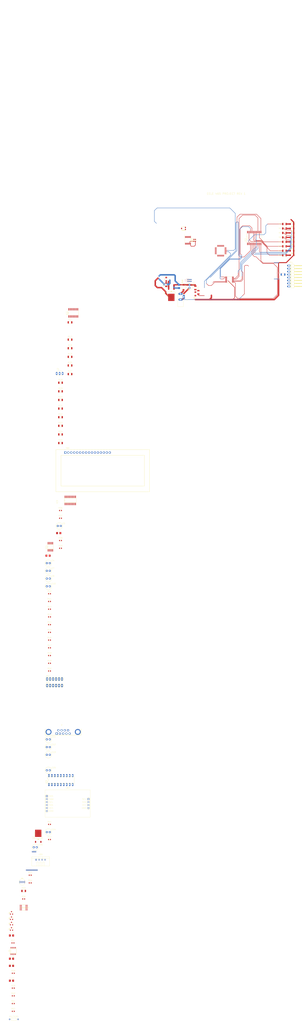
<source format=kicad_pcb>
(kicad_pcb (version 20171130) (host pcbnew 5.1.5+dfsg1-2build2)
  (layers (0 Top signal) (31 Bottom signal) (34 B.Paste user) (35 F.Paste user) (36 B.SilkS user) (37 F.SilkS user) (38 B.Mask user) (39 F.Mask user) (44 Edge.Cuts user))
  (net 0 "")
  (net 1 VDD)
  (net 2 GND)
  (net 3 5V)
  (net 4 VCC)
  (net 5 A)
  (net 6 K)
  (net 7 VIN)
  (net 8 "Net-(U1-Pad48)")
  (net 9 /KEY_INT)
  (net 10 /KEY_ROW2)
  (net 11 /KEY_ROW1)
  (net 12 /LED_RST)
  (net 13 "Net-(U1-Pad43)")
  (net 14 "Net-(U1-Pad42)")
  (net 15 /KEY_COL1)
  (net 16 "Net-(U1-Pad40)")
  (net 17 "Net-(U1-Pad39)")
  (net 18 /KEY_ROW3)
  (net 19 "Net-(U1-Pad37)")
  (net 20 /KEY_COL2)
  (net 21 "Net-(U1-Pad35)")
  (net 22 "Net-(U1-Pad34)")
  (net 23 "Net-(U1-Pad33)")
  (net 24 /RS232_RX)
  (net 25 /RS232_TX)
  (net 26 /KEY_COL4)
  (net 27 /KEY_COL3)
  (net 28 /DH22-DAT)
  (net 29 "Net-(U1-Pad27)")
  (net 30 "Net-(U1-Pad26)")
  (net 31 "Net-(U1-Pad25)")
  (net 32 "Net-(U1-Pad24)")
  (net 33 "Net-(U1-Pad23)")
  (net 34 /TEC_PIN)
  (net 35 "Net-(D12-Pad3)")
  (net 36 "Net-(D12-Pad4)")
  (net 37 "Net-(D12-Pad1)")
  (net 38 "Net-(U1-Pad18)")
  (net 39 "Net-(U1-Pad17)")
  (net 40 "Net-(U1-Pad16)")
  (net 41 "Net-(U1-Pad15)")
  (net 42 /KEY_ROW4)
  (net 43 /SDA)
  (net 44 /SCL)
  (net 45 "Net-(U1-Pad11)")
  (net 46 "Net-(U1-Pad10)")
  (net 47 "Net-(U1-Pad9)")
  (net 48 "Net-(U1-Pad8)")
  (net 49 /RST)
  (net 50 "Net-(U1-Pad4)")
  (net 51 "Net-(C14-Pad+)")
  (net 52 /LM19)
  (net 53 "Net-(U1-Pad1)")
  (net 54 "Net-(LCD1-Pad4)")
  (net 55 "Net-(LCD1-Pad5)")
  (net 56 "Net-(U$2-Pad12)")
  (net 57 "Net-(LCD1-Pad6)")
  (net 58 "Net-(IC3-Pad4)")
  (net 59 "Net-(IC3-Pad9)")
  (net 60 "Net-(IC3-Pad6)")
  (net 61 "Net-(U$2-Pad7)")
  (net 62 "Net-(C3-Pad1)")
  (net 63 "Net-(JP2-Pad4)")
  (net 64 "Net-(IC3-Pad11)")
  (net 65 "Net-(IC3-Pad3)")
  (net 66 "Net-(IC1-Pad14)")
  (net 67 "Net-(IC1-Pad13)")
  (net 68 "Net-(U$1-Pad12)")
  (net 69 "Net-(IC1-Pad8)")
  (net 70 "Net-(IC1-Pad7)")
  (net 71 "Net-(IC1-Pad4)")
  (net 72 "Net-(IC1-Pad3)")
  (net 73 "Net-(IC1-Pad11)")
  (net 74 "Net-(U$1-Pad3)")
  (net 75 "Net-(IC1-Pad18)")
  (net 76 "Net-(IC1-Pad17)")
  (net 77 "Net-(D1-PadA)")
  (net 78 "Net-(D2-PadA)")
  (net 79 "Net-(D3-PadA)")
  (net 80 "Net-(D4-PadA)")
  (net 81 "Net-(D5-PadA)")
  (net 82 "Net-(D6-PadA)")
  (net 83 "Net-(D7-PadA)")
  (net 84 "Net-(D8-PadA)")
  (net 85 "Net-(IC1-Pad2)")
  (net 86 "Net-(IC1-Pad5)")
  (net 87 "Net-(IC1-Pad6)")
  (net 88 "Net-(IC1-Pad9)")
  (net 89 "Net-(IC1-Pad12)")
  (net 90 "Net-(IC1-Pad15)")
  (net 91 "Net-(IC1-Pad16)")
  (net 92 "Net-(IC1-Pad19)")
  (net 93 "Net-(IC2-Pad4)")
  (net 94 "Net-(D10-PadA)")
  (net 95 "Net-(D9-PadA)")
  (net 96 "Net-(IC2-Pad1)")
  (net 97 "Net-(IC2-Pad9)")
  (net 98 "Net-(IC2-Pad12)")
  (net 99 "Net-(IC1-Pad1)")
  (net 100 "Net-(D11-PadA)")
  (net 101 /NEG_3V3)
  (net 102 /V_BIAS_LCD)
  (net 103 "Net-(IC2-Pad11)")
  (net 104 "Net-(IC3-Pad10)")
  (net 105 "Net-(IC3-Pad7)")
  (net 106 "Net-(IC3-Pad5)")
  (net 107 "Net-(IC3-Pad2)")
  (net 108 "Net-(IC3-Pad12)")
  (net 109 "Net-(IC3-Pad13)")
  (net 110 "Net-(IC3-Pad14)")
  (net 111 "Net-(IC3-Pad15)")
  (net 112 "Net-(IC3-Pad1)")
  (net 113 "Net-(C7-Pad-)")
  (net 114 "Net-(IC4-Pad7)")
  (net 115 "Net-(C7-Pad+)")
  (net 116 "Net-(IC4-Pad1)")
  (net 117 "Net-(J2-Pad9)")
  (net 118 "Net-(J2-Pad8)")
  (net 119 "Net-(J2-Pad7)")
  (net 120 "Net-(J2-Pad6)")
  (net 121 "Net-(J2-Pad4)")
  (net 122 "Net-(IC5-Pad14)")
  (net 123 "Net-(IC5-Pad15)")
  (net 124 "Net-(J2-Pad1)")
  (net 125 "Net-(C11-Pad+)")
  (net 126 "Net-(C11-Pad-)")
  (net 127 "Net-(C12-Pad+)")
  (net 128 "Net-(C13-Pad+)")
  (net 129 "Net-(C13-Pad-)")
  (net 130 "Net-(C15-Pad-)")
  (net 131 "Net-(U$3-PadJ1.2)")
  (net 132 "Net-(U$3-PadJ1.1)")
  (net 133 "Net-(U$5-Pad3)")
  (net 134 /DHT22-DAT)
  (net 135 "Net-(U$6-PadP$8)")
  (net 136 "Net-(U$6-PadP$5)")
  (net 137 "Net-(D12-Pad2)")
  (net 138 "Net-(U4-Pad1)")
  (net 139 "Net-(R59-Pad1)")
  (net 140 "Net-(Q1-Pad2)")
  (net 141 "Net-(Q1-Pad1)")
  (net 142 "Net-(Q2-Pad1)")
  (net 143 "Net-(C17-Pad2)")
  (net 144 "Net-(C17-Pad1)")
  (net 145 "Net-(C20-Pad1)")
  (net 146 "Net-(C20-Pad2)")
  (net 147 "Net-(PELTIER1-Pad1)")
  (net 148 "Net-(PELTIER1-Pad2)")
  (module schematic:QFP50P900X900X160-48N (layer Top) (at 145.9611 108.1786 180)
    (fp_text reference U1 (at -4.6 -5.736) (layer F.SilkS) (effects (font (size 0.77216 0.77216) (thickness 0.061772)) (justify left bottom)))
    (fp_text value MSP430FR2355TPT)
    (pad 48 smd roundrect (at -2.75 -4.18 90) (size 1.56 0.28) (layers Top F.Paste F.Mask) (net 8 "Net-(U1-Pad48)"))
    (pad 47 smd roundrect (at -2.25 -4.18 90) (size 1.56 0.28) (layers Top F.Paste F.Mask) (net 9 /KEY_INT))
    (pad 46 smd roundrect (at -1.75 -4.18 90) (size 1.56 0.28) (layers Top F.Paste F.Mask) (net 10 /KEY_ROW2))
    (pad 45 smd roundrect (at -1.25 -4.18 90) (size 1.56 0.28) (layers Top F.Paste F.Mask) (net 11 /KEY_ROW1))
    (pad 44 smd roundrect (at -0.75 -4.18 90) (size 1.56 0.28) (layers Top F.Paste F.Mask) (net 12 /LED_RST))
    (pad 43 smd roundrect (at -0.25 -4.18 90) (size 1.56 0.28) (layers Top F.Paste F.Mask) (net 13 "Net-(U1-Pad43)"))
    (pad 42 smd roundrect (at 0.25 -4.18 90) (size 1.56 0.28) (layers Top F.Paste F.Mask) (net 14 "Net-(U1-Pad42)"))
    (pad 41 smd roundrect (at 0.75 -4.18 90) (size 1.56 0.28) (layers Top F.Paste F.Mask) (net 15 /KEY_COL1))
    (pad 40 smd roundrect (at 1.25 -4.18 90) (size 1.56 0.28) (layers Top F.Paste F.Mask) (net 16 "Net-(U1-Pad40)"))
    (pad 39 smd roundrect (at 1.75 -4.18 90) (size 1.56 0.28) (layers Top F.Paste F.Mask) (net 17 "Net-(U1-Pad39)"))
    (pad 38 smd roundrect (at 2.25 -4.18 90) (size 1.56 0.28) (layers Top F.Paste F.Mask) (net 18 /KEY_ROW3))
    (pad 37 smd roundrect (at 2.75 -4.18 90) (size 1.56 0.28) (layers Top F.Paste F.Mask) (net 19 "Net-(U1-Pad37)"))
    (pad 36 smd roundrect (at 4.18 -2.75) (size 1.56 0.28) (layers Top F.Paste F.Mask) (net 20 /KEY_COL2))
    (pad 35 smd roundrect (at 4.18 -2.25) (size 1.56 0.28) (layers Top F.Paste F.Mask) (net 21 "Net-(U1-Pad35)"))
    (pad 34 smd roundrect (at 4.18 -1.75) (size 1.56 0.28) (layers Top F.Paste F.Mask) (net 22 "Net-(U1-Pad34)"))
    (pad 33 smd roundrect (at 4.18 -1.25) (size 1.56 0.28) (layers Top F.Paste F.Mask) (net 23 "Net-(U1-Pad33)"))
    (pad 32 smd roundrect (at 4.18 -0.75) (size 1.56 0.28) (layers Top F.Paste F.Mask) (net 24 /RS232_RX))
    (pad 31 smd roundrect (at 4.18 -0.25) (size 1.56 0.28) (layers Top F.Paste F.Mask) (net 25 /RS232_TX))
    (pad 30 smd roundrect (at 4.18 0.25) (size 1.56 0.28) (layers Top F.Paste F.Mask) (net 26 /KEY_COL4))
    (pad 29 smd roundrect (at 4.18 0.75) (size 1.56 0.28) (layers Top F.Paste F.Mask) (net 27 /KEY_COL3))
    (pad 28 smd roundrect (at 4.18 1.25) (size 1.56 0.28) (layers Top F.Paste F.Mask) (net 28 /DH22-DAT))
    (pad 27 smd roundrect (at 4.18 1.75) (size 1.56 0.28) (layers Top F.Paste F.Mask) (net 29 "Net-(U1-Pad27)"))
    (pad 26 smd roundrect (at 4.18 2.25) (size 1.56 0.28) (layers Top F.Paste F.Mask) (net 30 "Net-(U1-Pad26)"))
    (pad 25 smd roundrect (at 4.18 2.75) (size 1.56 0.28) (layers Top F.Paste F.Mask) (net 31 "Net-(U1-Pad25)"))
    (pad 24 smd roundrect (at 2.75 4.18 270) (size 1.56 0.28) (layers Top F.Paste F.Mask) (net 32 "Net-(U1-Pad24)"))
    (pad 23 smd roundrect (at 2.25 4.18 270) (size 1.56 0.28) (layers Top F.Paste F.Mask) (net 33 "Net-(U1-Pad23)"))
    (pad 22 smd roundrect (at 1.75 4.18 270) (size 1.56 0.28) (layers Top F.Paste F.Mask) (net 34 /TEC_PIN))
    (pad 21 smd roundrect (at 1.25 4.18 270) (size 1.56 0.28) (layers Top F.Paste F.Mask) (net 35 "Net-(D12-Pad3)"))
    (pad 20 smd roundrect (at 0.75 4.18 270) (size 1.56 0.28) (layers Top F.Paste F.Mask) (net 36 "Net-(D12-Pad4)"))
    (pad 19 smd roundrect (at 0.25 4.18 270) (size 1.56 0.28) (layers Top F.Paste F.Mask) (net 37 "Net-(D12-Pad1)"))
    (pad 18 smd roundrect (at -0.25 4.18 270) (size 1.56 0.28) (layers Top F.Paste F.Mask) (net 38 "Net-(U1-Pad18)"))
    (pad 17 smd roundrect (at -0.75 4.18 270) (size 1.56 0.28) (layers Top F.Paste F.Mask) (net 39 "Net-(U1-Pad17)"))
    (pad 16 smd roundrect (at -1.25 4.18 270) (size 1.56 0.28) (layers Top F.Paste F.Mask) (net 40 "Net-(U1-Pad16)"))
    (pad 15 smd roundrect (at -1.75 4.18 270) (size 1.56 0.28) (layers Top F.Paste F.Mask) (net 41 "Net-(U1-Pad15)"))
    (pad 14 smd roundrect (at -2.25 4.18 270) (size 1.56 0.28) (layers Top F.Paste F.Mask) (net 42 /KEY_ROW4))
    (pad 13 smd roundrect (at -2.75 4.18 270) (size 1.56 0.28) (layers Top F.Paste F.Mask) (net 43 /SDA))
    (pad 12 smd roundrect (at -4.18 2.75 180) (size 1.56 0.28) (layers Top F.Paste F.Mask) (net 44 /SCL))
    (pad 11 smd roundrect (at -4.18 2.25 180) (size 1.56 0.28) (layers Top F.Paste F.Mask) (net 45 "Net-(U1-Pad11)"))
    (pad 10 smd roundrect (at -4.18 1.75 180) (size 1.56 0.28) (layers Top F.Paste F.Mask) (net 46 "Net-(U1-Pad10)"))
    (pad 9 smd roundrect (at -4.18 1.25 180) (size 1.56 0.28) (layers Top F.Paste F.Mask) (net 47 "Net-(U1-Pad9)"))
    (pad 8 smd roundrect (at -4.18 0.75 180) (size 1.56 0.28) (layers Top F.Paste F.Mask) (net 48 "Net-(U1-Pad8)"))
    (pad 7 smd roundrect (at -4.18 0.25 180) (size 1.56 0.28) (layers Top F.Paste F.Mask) (net 2 GND))
    (pad 6 smd roundrect (at -4.18 -0.25 180) (size 1.56 0.28) (layers Top F.Paste F.Mask) (net 1 VDD))
    (pad 5 smd roundrect (at -4.18 -0.75 180) (size 1.56 0.28) (layers Top F.Paste F.Mask) (net 49 /RST))
    (pad 4 smd roundrect (at -4.18 -1.25 180) (size 1.56 0.28) (layers Top F.Paste F.Mask) (net 50 "Net-(U1-Pad4)"))
    (pad 3 smd roundrect (at -4.18 -1.75 180) (size 1.56 0.28) (layers Top F.Paste F.Mask) (net 51 "Net-(C14-Pad+)"))
    (pad 2 smd roundrect (at -4.18 -2.25 180) (size 1.56 0.28) (layers Top F.Paste F.Mask) (net 52 /LM19))
    (pad 1 smd roundrect (at -4.18 -2.75 180) (size 1.56 0.28) (layers Top F.Paste F.Mask) (net 53 "Net-(U1-Pad1)"))
  )
  (module schematic:SOP65P640X120-16N (layer Top) (at 118.0211 99.2886 270)
    (fp_text reference U$2 hide)
    (fp_text value MSP430FR2310 hide)
    (fp_text user MSP430FR2310 (at -2.286 3.0226 270) (layer F.SilkS) (effects (font (size 0.28956 0.28956) (thickness 0.03048)) (justify left top)))
    (pad 16 smd roundrect (at 2.87 -2.275 270) (size 1.57 0.41) (layers Top F.Paste F.Mask) (roundrect_rratio 0.125) (net 43 /SDA))
    (pad 15 smd roundrect (at 2.87 -1.625 270) (size 1.57 0.41) (layers Top F.Paste F.Mask) (roundrect_rratio 0.125) (net 44 /SCL))
    (pad 14 smd roundrect (at 2.87 -0.975 270) (size 1.57 0.41) (layers Top F.Paste F.Mask) (roundrect_rratio 0.125) (net 54 "Net-(LCD1-Pad4)"))
    (pad 13 smd roundrect (at 2.87 -0.325 270) (size 1.57 0.41) (layers Top F.Paste F.Mask) (roundrect_rratio 0.125) (net 55 "Net-(LCD1-Pad5)"))
    (pad 12 smd roundrect (at 2.87 0.325 270) (size 1.57 0.41) (layers Top F.Paste F.Mask) (roundrect_rratio 0.125) (net 56 "Net-(U$2-Pad12)"))
    (pad 11 smd roundrect (at 2.87 0.975 270) (size 1.57 0.41) (layers Top F.Paste F.Mask) (roundrect_rratio 0.125) (net 57 "Net-(LCD1-Pad6)"))
    (pad 10 smd roundrect (at 2.87 1.625 270) (size 1.57 0.41) (layers Top F.Paste F.Mask) (roundrect_rratio 0.125) (net 58 "Net-(IC3-Pad4)"))
    (pad 9 smd roundrect (at 2.87 2.275 270) (size 1.57 0.41) (layers Top F.Paste F.Mask) (roundrect_rratio 0.125) (net 59 "Net-(IC3-Pad9)"))
    (pad 8 smd roundrect (at -2.87 2.275 270) (size 1.57 0.41) (layers Top F.Paste F.Mask) (roundrect_rratio 0.125) (net 60 "Net-(IC3-Pad6)"))
    (pad 7 smd roundrect (at -2.87 1.625 270) (size 1.57 0.41) (layers Top F.Paste F.Mask) (roundrect_rratio 0.125) (net 61 "Net-(U$2-Pad7)"))
    (pad 6 smd roundrect (at -2.87 0.975 270) (size 1.57 0.41) (layers Top F.Paste F.Mask) (roundrect_rratio 0.125) (net 2 GND))
    (pad 5 smd roundrect (at -2.87 0.325 270) (size 1.57 0.41) (layers Top F.Paste F.Mask) (roundrect_rratio 0.125) (net 62 "Net-(C3-Pad1)"))
    (pad 4 smd roundrect (at -2.87 -0.325 270) (size 1.57 0.41) (layers Top F.Paste F.Mask) (roundrect_rratio 0.125) (net 49 /RST))
    (pad 3 smd roundrect (at -2.87 -0.975 270) (size 1.57 0.41) (layers Top F.Paste F.Mask) (roundrect_rratio 0.125) (net 63 "Net-(JP2-Pad4)"))
    (pad 2 smd roundrect (at -2.87 -1.625 270) (size 1.57 0.41) (layers Top F.Paste F.Mask) (roundrect_rratio 0.125) (net 64 "Net-(IC3-Pad11)"))
    (pad 1 smd roundrect (at -2.87 -2.275 270) (size 1.57 0.41) (layers Top F.Paste F.Mask) (roundrect_rratio 0.125) (net 65 "Net-(IC3-Pad3)"))
  )
  (module schematic:SOP65P640X120-16N (layer Top) (at 153.5811 132.8166)
    (fp_text reference U$1 hide)
    (fp_text value MSP430FR2310 hide)
    (fp_text user MSP430FR2310 (at -2.286 3.0226) (layer F.SilkS) (effects (font (size 0.28956 0.28956) (thickness 0.03048)) (justify left top)))
    (pad 16 smd roundrect (at 2.87 -2.275) (size 1.57 0.41) (layers Top F.Paste F.Mask) (roundrect_rratio 0.125) (net 43 /SDA))
    (pad 15 smd roundrect (at 2.87 -1.625) (size 1.57 0.41) (layers Top F.Paste F.Mask) (roundrect_rratio 0.125) (net 44 /SCL))
    (pad 14 smd roundrect (at 2.87 -0.975) (size 1.57 0.41) (layers Top F.Paste F.Mask) (roundrect_rratio 0.125) (net 66 "Net-(IC1-Pad14)"))
    (pad 13 smd roundrect (at 2.87 -0.325) (size 1.57 0.41) (layers Top F.Paste F.Mask) (roundrect_rratio 0.125) (net 67 "Net-(IC1-Pad13)"))
    (pad 12 smd roundrect (at 2.87 0.325) (size 1.57 0.41) (layers Top F.Paste F.Mask) (roundrect_rratio 0.125) (net 68 "Net-(U$1-Pad12)"))
    (pad 11 smd roundrect (at 2.87 0.975) (size 1.57 0.41) (layers Top F.Paste F.Mask) (roundrect_rratio 0.125) (net 69 "Net-(IC1-Pad8)"))
    (pad 10 smd roundrect (at 2.87 1.625) (size 1.57 0.41) (layers Top F.Paste F.Mask) (roundrect_rratio 0.125) (net 70 "Net-(IC1-Pad7)"))
    (pad 9 smd roundrect (at 2.87 2.275) (size 1.57 0.41) (layers Top F.Paste F.Mask) (roundrect_rratio 0.125) (net 71 "Net-(IC1-Pad4)"))
    (pad 8 smd roundrect (at -2.87 2.275) (size 1.57 0.41) (layers Top F.Paste F.Mask) (roundrect_rratio 0.125) (net 72 "Net-(IC1-Pad3)"))
    (pad 7 smd roundrect (at -2.87 1.625) (size 1.57 0.41) (layers Top F.Paste F.Mask) (roundrect_rratio 0.125) (net 73 "Net-(IC1-Pad11)"))
    (pad 6 smd roundrect (at -2.87 0.975) (size 1.57 0.41) (layers Top F.Paste F.Mask) (roundrect_rratio 0.125) (net 2 GND))
    (pad 5 smd roundrect (at -2.87 0.325) (size 1.57 0.41) (layers Top F.Paste F.Mask) (roundrect_rratio 0.125) (net 1 VDD))
    (pad 4 smd roundrect (at -2.87 -0.325) (size 1.57 0.41) (layers Top F.Paste F.Mask) (roundrect_rratio 0.125) (net 49 /RST))
    (pad 3 smd roundrect (at -2.87 -0.975) (size 1.57 0.41) (layers Top F.Paste F.Mask) (roundrect_rratio 0.125) (net 74 "Net-(U$1-Pad3)"))
    (pad 2 smd roundrect (at -2.87 -1.625) (size 1.57 0.41) (layers Top F.Paste F.Mask) (roundrect_rratio 0.125) (net 75 "Net-(IC1-Pad18)"))
    (pad 1 smd roundrect (at -2.87 -2.275) (size 1.57 0.41) (layers Top F.Paste F.Mask) (roundrect_rratio 0.125) (net 76 "Net-(IC1-Pad17)"))
  )
  (module schematic:RESC3216X70 (layer Top) (at 126.9111 143.7386 90)
    (fp_text reference R3 (at 3.81 0.6833 90) (layer F.SilkS) (effects (font (size 1.2065 1.2065) (thickness 0.09652)) (justify bottom)))
    (fp_text value 10k)
    (pad 2 smd rect (at 1.4754 0 90) (size 1.1646 1.8153) (layers Top F.Paste F.Mask) (net 1 VDD))
    (pad 1 smd rect (at -1.4754 0 90) (size 1.1646 1.8153) (layers Top F.Paste F.Mask) (net 49 /RST))
  )
  (module schematic:LED-1206 (layer Top) (at 206.9211 85.3186)
    (fp_text reference D1 (at 0 -0.9525) (layer F.SilkS) (effects (font (size 0.9652 0.9652) (thickness 0.19304)) (justify bottom)))
    (fp_text value RED)
    (pad C smd rect (at 1.5 0) (size 1.2 1.4) (layers Top F.Paste F.Mask) (net 2 GND))
    (pad A smd rect (at -1.5 0) (size 1.2 1.4) (layers Top F.Paste F.Mask) (net 77 "Net-(D1-PadA)"))
  )
  (module schematic:LED-1206 (layer Top) (at 206.9211 89.1286)
    (fp_text reference D2 (at 0 -0.9525) (layer F.SilkS) (effects (font (size 0.9652 0.9652) (thickness 0.19304)) (justify bottom)))
    (fp_text value RED)
    (pad C smd rect (at 1.5 0) (size 1.2 1.4) (layers Top F.Paste F.Mask) (net 2 GND))
    (pad A smd rect (at -1.5 0) (size 1.2 1.4) (layers Top F.Paste F.Mask) (net 78 "Net-(D2-PadA)"))
  )
  (module schematic:LED-1206 (layer Top) (at 206.9211 92.9386)
    (fp_text reference D3 (at 0 -0.9525) (layer F.SilkS) (effects (font (size 0.9652 0.9652) (thickness 0.19304)) (justify bottom)))
    (fp_text value RED)
    (pad C smd rect (at 1.5 0) (size 1.2 1.4) (layers Top F.Paste F.Mask) (net 2 GND))
    (pad A smd rect (at -1.5 0) (size 1.2 1.4) (layers Top F.Paste F.Mask) (net 79 "Net-(D3-PadA)"))
  )
  (module schematic:LED-1206 (layer Top) (at 206.9211 96.7486)
    (fp_text reference D4 (at 0 -0.9525) (layer F.SilkS) (effects (font (size 0.9652 0.9652) (thickness 0.19304)) (justify bottom)))
    (fp_text value RED)
    (pad C smd rect (at 1.5 0) (size 1.2 1.4) (layers Top F.Paste F.Mask) (net 2 GND))
    (pad A smd rect (at -1.5 0) (size 1.2 1.4) (layers Top F.Paste F.Mask) (net 80 "Net-(D4-PadA)"))
  )
  (module schematic:LED-1206 (layer Top) (at 206.9211 100.5586)
    (fp_text reference D5 (at 0 -0.9525) (layer F.SilkS) (effects (font (size 0.9652 0.9652) (thickness 0.19304)) (justify bottom)))
    (fp_text value RED)
    (pad C smd rect (at 1.5 0) (size 1.2 1.4) (layers Top F.Paste F.Mask) (net 2 GND))
    (pad A smd rect (at -1.5 0) (size 1.2 1.4) (layers Top F.Paste F.Mask) (net 81 "Net-(D5-PadA)"))
  )
  (module schematic:LED-1206 (layer Top) (at 206.9211 104.3686)
    (fp_text reference D6 (at 0 -0.9525) (layer F.SilkS) (effects (font (size 0.9652 0.9652) (thickness 0.19304)) (justify bottom)))
    (fp_text value RED)
    (pad C smd rect (at 1.5 0) (size 1.2 1.4) (layers Top F.Paste F.Mask) (net 2 GND))
    (pad A smd rect (at -1.5 0) (size 1.2 1.4) (layers Top F.Paste F.Mask) (net 82 "Net-(D6-PadA)"))
  )
  (module schematic:LED-1206 (layer Top) (at 206.9211 108.1786)
    (fp_text reference D7 (at 0 -0.9525) (layer F.SilkS) (effects (font (size 0.9652 0.9652) (thickness 0.19304)) (justify bottom)))
    (fp_text value RED)
    (pad C smd rect (at 1.5 0) (size 1.2 1.4) (layers Top F.Paste F.Mask) (net 2 GND))
    (pad A smd rect (at -1.5 0) (size 1.2 1.4) (layers Top F.Paste F.Mask) (net 83 "Net-(D7-PadA)"))
  )
  (module schematic:LED-1206 (layer Top) (at 206.9211 111.9886)
    (fp_text reference D8 (at 0 -0.9525) (layer F.SilkS) (effects (font (size 0.9652 0.9652) (thickness 0.19304)) (justify bottom)))
    (fp_text value RED)
    (pad C smd rect (at 1.5 0) (size 1.2 1.4) (layers Top F.Paste F.Mask) (net 2 GND))
    (pad A smd rect (at -1.5 0) (size 1.2 1.4) (layers Top F.Paste F.Mask) (net 84 "Net-(D8-PadA)"))
  )
  (module schematic:RESC3216X70 (layer Top) (at 200.5711 85.3186)
    (fp_text reference R5 (at -3.81 0.6833) (layer F.SilkS) (effects (font (size 1.2065 1.2065) (thickness 0.09652)) (justify bottom)))
    (fp_text value 470)
    (pad 2 smd rect (at 1.4754 0) (size 1.1646 1.8153) (layers Top F.Paste F.Mask) (net 77 "Net-(D1-PadA)"))
    (pad 1 smd rect (at -1.4754 0) (size 1.1646 1.8153) (layers Top F.Paste F.Mask) (net 85 "Net-(IC1-Pad2)"))
  )
  (module schematic:RESC3216X70 (layer Top) (at 200.5711 89.1286)
    (fp_text reference R6 (at -3.81 0.6833) (layer F.SilkS) (effects (font (size 1.2065 1.2065) (thickness 0.09652)) (justify bottom)))
    (fp_text value 470)
    (pad 2 smd rect (at 1.4754 0) (size 1.1646 1.8153) (layers Top F.Paste F.Mask) (net 78 "Net-(D2-PadA)"))
    (pad 1 smd rect (at -1.4754 0) (size 1.1646 1.8153) (layers Top F.Paste F.Mask) (net 86 "Net-(IC1-Pad5)"))
  )
  (module schematic:RESC3216X70 (layer Top) (at 200.5711 92.9386)
    (fp_text reference R7 (at -3.81 0.6833) (layer F.SilkS) (effects (font (size 1.2065 1.2065) (thickness 0.09652)) (justify bottom)))
    (fp_text value 470)
    (pad 2 smd rect (at 1.4754 0) (size 1.1646 1.8153) (layers Top F.Paste F.Mask) (net 79 "Net-(D3-PadA)"))
    (pad 1 smd rect (at -1.4754 0) (size 1.1646 1.8153) (layers Top F.Paste F.Mask) (net 87 "Net-(IC1-Pad6)"))
  )
  (module schematic:RESC3216X70 (layer Top) (at 200.5711 96.7486)
    (fp_text reference R8 (at -3.81 0.6833) (layer F.SilkS) (effects (font (size 1.2065 1.2065) (thickness 0.09652)) (justify bottom)))
    (fp_text value 470)
    (pad 2 smd rect (at 1.4754 0) (size 1.1646 1.8153) (layers Top F.Paste F.Mask) (net 80 "Net-(D4-PadA)"))
    (pad 1 smd rect (at -1.4754 0) (size 1.1646 1.8153) (layers Top F.Paste F.Mask) (net 88 "Net-(IC1-Pad9)"))
  )
  (module schematic:RESC3216X70 (layer Top) (at 200.5711 100.5586)
    (fp_text reference R9 (at -3.81 0.6833) (layer F.SilkS) (effects (font (size 1.2065 1.2065) (thickness 0.09652)) (justify bottom)))
    (fp_text value 470)
    (pad 2 smd rect (at 1.4754 0) (size 1.1646 1.8153) (layers Top F.Paste F.Mask) (net 81 "Net-(D5-PadA)"))
    (pad 1 smd rect (at -1.4754 0) (size 1.1646 1.8153) (layers Top F.Paste F.Mask) (net 89 "Net-(IC1-Pad12)"))
  )
  (module schematic:RESC3216X70 (layer Top) (at 200.5711 104.3686)
    (fp_text reference R10 (at -3.81 0.6833) (layer F.SilkS) (effects (font (size 1.2065 1.2065) (thickness 0.09652)) (justify bottom)))
    (fp_text value 470)
    (pad 2 smd rect (at 1.4754 0) (size 1.1646 1.8153) (layers Top F.Paste F.Mask) (net 82 "Net-(D6-PadA)"))
    (pad 1 smd rect (at -1.4754 0) (size 1.1646 1.8153) (layers Top F.Paste F.Mask) (net 90 "Net-(IC1-Pad15)"))
  )
  (module schematic:RESC3216X70 (layer Top) (at 200.5711 108.1786)
    (fp_text reference R11 (at -3.81 0.6833) (layer F.SilkS) (effects (font (size 1.2065 1.2065) (thickness 0.09652)) (justify bottom)))
    (fp_text value 470)
    (pad 2 smd rect (at 1.4754 0) (size 1.1646 1.8153) (layers Top F.Paste F.Mask) (net 83 "Net-(D7-PadA)"))
    (pad 1 smd rect (at -1.4754 0) (size 1.1646 1.8153) (layers Top F.Paste F.Mask) (net 91 "Net-(IC1-Pad16)"))
  )
  (module schematic:RESC3216X70 (layer Top) (at 200.5711 111.9886)
    (fp_text reference R12 (at -3.81 0.6833) (layer F.SilkS) (effects (font (size 1.2065 1.2065) (thickness 0.09652)) (justify bottom)))
    (fp_text value 470)
    (pad 2 smd rect (at 1.4754 0) (size 1.1646 1.8153) (layers Top F.Paste F.Mask) (net 84 "Net-(D8-PadA)"))
    (pad 1 smd rect (at -1.4754 0) (size 1.1646 1.8153) (layers Top F.Paste F.Mask) (net 92 "Net-(IC1-Pad19)"))
  )
  (module schematic:RESC3216X70 (layer Bottom) (at 199.3011 128.4986)
    (fp_text reference R15 (at -3.81 -0.6833) (layer B.SilkS) (effects (font (size 1.2065 1.2065) (thickness 0.09652)) (justify bottom mirror)))
    (fp_text value 10k)
    (pad 2 smd rect (at 1.4754 0) (size 1.1646 1.8153) (layers Bottom B.Paste B.Mask) (net 93 "Net-(IC2-Pad4)"))
    (pad 1 smd rect (at -1.4754 0) (size 1.1646 1.8153) (layers Bottom B.Paste B.Mask) (net 20 /KEY_COL2))
  )
  (module schematic:694103303002 (layer Top) (at 111.6711 145.0086 90)
    (fp_text reference J1 (at -6.306 6.315 90) (layer F.SilkS) (effects (font (size 1.2065 1.2065) (thickness 0.09652)) (justify left bottom)))
    (fp_text value 694103303002)
    (fp_line (start 0.5 0.75) (end -0.5 0.75) (layer Edge.Cuts) (width 0.01))
    (fp_line (start 0.5 -0.75) (end 0.5 0.75) (layer Edge.Cuts) (width 0.01))
    (fp_line (start -0.5 -0.75) (end 0.5 -0.75) (layer Edge.Cuts) (width 0.01))
    (fp_line (start -0.5 0.75) (end -0.5 -0.75) (layer Edge.Cuts) (width 0.01))
    (fp_line (start -4.4 0.75) (end -5.4 0.75) (layer Edge.Cuts) (width 0.01))
    (fp_line (start -4.4 -0.75) (end -4.4 0.75) (layer Edge.Cuts) (width 0.01))
    (fp_line (start -5.4 -0.75) (end -4.4 -0.75) (layer Edge.Cuts) (width 0.01))
    (fp_line (start -5.4 0.75) (end -5.4 -0.75) (layer Edge.Cuts) (width 0.01))
    (fp_line (start -3.35 3.3) (end -3.35 2.3) (layer Edge.Cuts) (width 0.01))
    (fp_line (start -1.85 3.3) (end -3.35 3.3) (layer Edge.Cuts) (width 0.01))
    (fp_line (start -1.85 2.3) (end -1.85 3.3) (layer Edge.Cuts) (width 0.01))
    (fp_line (start -3.35 2.3) (end -1.85 2.3) (layer Edge.Cuts) (width 0.01))
    (pad 2 thru_hole oval (at -4.9 0 180) (size 3.6 1.8) (drill 1) (layers *.Cu *.Mask) (net 2 GND))
    (pad 1 thru_hole oval (at 0 0 180) (size 3.6 1.8) (drill 1) (layers *.Cu *.Mask) (net 94 "Net-(D10-PadA)"))
    (pad 3 thru_hole oval (at -2.6 2.8 90) (size 3.6 1.8) (drill 1) (layers *.Cu *.Mask) (net 2 GND))
  )
  (module schematic:C1206 (layer Bottom) (at 110.4011 138.6586 90)
    (fp_text reference C5 (at 2.54 -0.127 90) (layer B.SilkS) (effects (font (size 1.2065 1.2065) (thickness 0.09652)) (justify right bottom mirror)))
    (fp_text value 0.1u)
    (pad 2 smd rect (at 1.4 0 90) (size 1.6 1.8) (layers Bottom B.Paste B.Mask) (net 2 GND))
    (pad 1 smd rect (at -1.4 0 90) (size 1.6 1.8) (layers Bottom B.Paste B.Mask) (net 3 5V))
  )
  (module schematic:SMA-DIODE (layer Top) (at 114.2111 139.4206 90)
    (fp_text reference D10 (at 5.08 -0.381 90) (layer F.SilkS) (effects (font (size 0.9652 0.9652) (thickness 0.19304)) (justify bottom)))
    (fp_text value DIODE-SCHOTTKY-SS14)
    (pad C smd rect (at 2.15 0 90) (size 1.27 1.47) (layers Top F.Paste F.Mask) (net 3 5V))
    (pad A smd rect (at -2.15 0 270) (size 1.27 1.47) (layers Top F.Paste F.Mask) (net 94 "Net-(D10-PadA)"))
  )
  (module schematic:RESC3216X70 (layer Top) (at 124.3711 139.9286 270)
    (fp_text reference R21 (at -3.81 0.6833 90) (layer F.SilkS) (effects (font (size 1.2065 1.2065) (thickness 0.09652)) (justify bottom)))
    (fp_text value 10k)
    (pad 2 smd rect (at 1.4754 0 270) (size 1.1646 1.8153) (layers Top F.Paste F.Mask) (net 3 5V))
    (pad 1 smd rect (at -1.4754 0 270) (size 1.1646 1.8153) (layers Top F.Paste F.Mask) (net 95 "Net-(D9-PadA)"))
  )
  (module schematic:LED-1206 (layer Top) (at 124.3711 145.0086 270)
    (fp_text reference D9 (at 3.81 0.3175 90) (layer F.SilkS) (effects (font (size 0.9652 0.9652) (thickness 0.19304)) (justify bottom)))
    (fp_text value GREEN)
    (pad C smd rect (at 1.5 0 270) (size 1.2 1.4) (layers Top F.Paste F.Mask) (net 2 GND))
    (pad A smd rect (at -1.5 0 270) (size 1.2 1.4) (layers Top F.Paste F.Mask) (net 95 "Net-(D9-PadA)"))
  )
  (module schematic:E2,5-6E (layer Top) (at 119.2911 138.6586 270)
    (fp_text reference C8 (at 3.937 -0.254 90) (layer F.SilkS) (effects (font (size 1.2065 1.2065) (thickness 0.12065)) (justify left bottom)))
    (fp_text value 1000u)
    (pad + thru_hole circle (at -1.27 0 270) (size 1.778 1.778) (drill 0.8128) (layers *.Cu *.Mask) (net 3 5V))
    (pad - thru_hole circle (at 1.27 0 270) (size 1.778 1.778) (drill 0.8128) (layers *.Cu *.Mask) (net 2 GND))
  )
  (module schematic:1X08_90 (layer Top) (at 208.1911 129.7686 270)
    (fp_text reference JP1 (at -10.795 3.81) (layer F.SilkS) (effects (font (size 1.2065 1.2065) (thickness 0.12065)) (justify left bottom)))
    (fp_text value PINHD-1X8_90)
    (pad 8 thru_hole oval (at 8.89 3.81) (size 3.048 1.524) (drill 1.016) (layers *.Cu *.Mask) (net 96 "Net-(IC2-Pad1)"))
    (pad 7 thru_hole oval (at 6.35 3.81) (size 3.048 1.524) (drill 1.016) (layers *.Cu *.Mask) (net 93 "Net-(IC2-Pad4)"))
    (pad 6 thru_hole oval (at 3.81 3.81) (size 3.048 1.524) (drill 1.016) (layers *.Cu *.Mask) (net 97 "Net-(IC2-Pad9)"))
    (pad 5 thru_hole oval (at 1.27 3.81) (size 3.048 1.524) (drill 1.016) (layers *.Cu *.Mask) (net 98 "Net-(IC2-Pad12)"))
    (pad 4 thru_hole oval (at -1.27 3.81) (size 3.048 1.524) (drill 1.016) (layers *.Cu *.Mask) (net 42 /KEY_ROW4))
    (pad 3 thru_hole oval (at -3.81 3.81) (size 3.048 1.524) (drill 1.016) (layers *.Cu *.Mask) (net 18 /KEY_ROW3))
    (pad 2 thru_hole oval (at -6.35 3.81) (size 3.048 1.524) (drill 1.016) (layers *.Cu *.Mask) (net 10 /KEY_ROW2))
    (pad 1 thru_hole oval (at -8.89 3.81) (size 3.048 1.524) (drill 1.016) (layers *.Cu *.Mask) (net 11 /KEY_ROW1))
  )
  (module schematic:C1206 (layer Bottom) (at 99.2251 136.8806 180)
    (fp_text reference C6 (at 2.54 -0.127) (layer B.SilkS) (effects (font (size 1.2065 1.2065) (thickness 0.09652)) (justify right bottom mirror)))
    (fp_text value 0.1u)
    (pad 2 smd rect (at 1.4 0 180) (size 1.6 1.8) (layers Bottom B.Paste B.Mask) (net 2 GND))
    (pad 1 smd rect (at -1.4 0 180) (size 1.6 1.8) (layers Bottom B.Paste B.Mask) (net 1 VDD))
  )
  (module schematic:TO-252 (layer Top) (at 103.7971 145.5166 180)
    (fp_text reference U3 (at 5.08 0 90) (layer F.SilkS) (effects (font (size 1.2065 1.2065) (thickness 0.09652)) (justify left bottom)))
    (fp_text value +12v)
    (pad 3 smd rect (at 0 -2.5 180) (size 5.4 6.2) (layers Top F.Paste F.Mask) (net 2 GND))
    (pad 2 smd rect (at 2.28 4.8 180) (size 1 1.6) (layers Top F.Paste F.Mask) (net 1 VDD))
    (pad 1 smd rect (at -2.28 4.8 180) (size 1 1.6) (layers Top F.Paste F.Mask) (net 3 5V))
  )
  (module schematic:SO20W (layer Top) (at 174.6631 97.2566)
    (fp_text reference IC1 (at -6.858 3.175 90) (layer F.SilkS) (effects (font (size 1.2065 1.2065) (thickness 0.12065)) (justify left bottom)))
    (fp_text value 74273DW)
    (pad 11 smd rect (at 5.715 -5.0292) (size 0.6604 2.032) (layers Top F.Paste F.Mask) (net 73 "Net-(IC1-Pad11)"))
    (pad 12 smd rect (at 4.445 -5.0292) (size 0.6604 2.032) (layers Top F.Paste F.Mask) (net 89 "Net-(IC1-Pad12)"))
    (pad 10 smd rect (at 5.715 5.0292) (size 0.6604 2.032) (layers Top F.Paste F.Mask) (net 2 GND))
    (pad 9 smd rect (at 4.445 5.0292) (size 0.6604 2.032) (layers Top F.Paste F.Mask) (net 88 "Net-(IC1-Pad9)"))
    (pad 20 smd rect (at -5.715 -5.0292) (size 0.6604 2.032) (layers Top F.Paste F.Mask) (net 4 VCC))
    (pad 19 smd rect (at -4.445 -5.0292) (size 0.6604 2.032) (layers Top F.Paste F.Mask) (net 92 "Net-(IC1-Pad19)"))
    (pad 18 smd rect (at -3.175 -5.0292) (size 0.6604 2.032) (layers Top F.Paste F.Mask) (net 75 "Net-(IC1-Pad18)"))
    (pad 17 smd rect (at -1.905 -5.0292) (size 0.6604 2.032) (layers Top F.Paste F.Mask) (net 76 "Net-(IC1-Pad17)"))
    (pad 16 smd rect (at -0.635 -5.0292) (size 0.6604 2.032) (layers Top F.Paste F.Mask) (net 91 "Net-(IC1-Pad16)"))
    (pad 15 smd rect (at 0.635 -5.0292) (size 0.6604 2.032) (layers Top F.Paste F.Mask) (net 90 "Net-(IC1-Pad15)"))
    (pad 14 smd rect (at 1.905 -5.0292) (size 0.6604 2.032) (layers Top F.Paste F.Mask) (net 66 "Net-(IC1-Pad14)"))
    (pad 13 smd rect (at 3.175 -5.0292) (size 0.6604 2.032) (layers Top F.Paste F.Mask) (net 67 "Net-(IC1-Pad13)"))
    (pad 8 smd rect (at 3.175 5.0292) (size 0.6604 2.032) (layers Top F.Paste F.Mask) (net 69 "Net-(IC1-Pad8)"))
    (pad 7 smd rect (at 1.905 5.0292) (size 0.6604 2.032) (layers Top F.Paste F.Mask) (net 70 "Net-(IC1-Pad7)"))
    (pad 6 smd rect (at 0.635 5.0292) (size 0.6604 2.032) (layers Top F.Paste F.Mask) (net 87 "Net-(IC1-Pad6)"))
    (pad 5 smd rect (at -0.635 5.0292) (size 0.6604 2.032) (layers Top F.Paste F.Mask) (net 86 "Net-(IC1-Pad5)"))
    (pad 4 smd rect (at -1.905 5.0292) (size 0.6604 2.032) (layers Top F.Paste F.Mask) (net 71 "Net-(IC1-Pad4)"))
    (pad 3 smd rect (at -3.175 5.0292) (size 0.6604 2.032) (layers Top F.Paste F.Mask) (net 72 "Net-(IC1-Pad3)"))
    (pad 2 smd rect (at -4.445 5.0292) (size 0.6604 2.032) (layers Top F.Paste F.Mask) (net 85 "Net-(IC1-Pad2)"))
    (pad 1 smd rect (at -5.715 5.0292) (size 0.6604 2.032) (layers Top F.Paste F.Mask) (net 99 "Net-(IC1-Pad1)"))
  )
  (module schematic:RESC3216X70 (layer Top) (at 99.4791 137.1346 90)
    (fp_text reference R24 (at 0 -1.8567 90) (layer F.SilkS) (effects (font (size 1.2065 1.2065) (thickness 0.09652)) (justify bottom)))
    (fp_text value 160)
    (pad 2 smd rect (at 1.4754 0 90) (size 1.1646 1.8153) (layers Top F.Paste F.Mask) (net 100 "Net-(D11-PadA)"))
    (pad 1 smd rect (at -1.4754 0 90) (size 1.1646 1.8153) (layers Top F.Paste F.Mask) (net 1 VDD))
  )
  (module schematic:LED-1206 (layer Top) (at 99.4791 132.5626 90)
    (fp_text reference D11 (at 0 -0.9525 90) (layer F.SilkS) (effects (font (size 0.57912 0.57912) (thickness 0.115824)) (justify bottom)))
    (fp_text value RED)
    (pad C smd rect (at 1.5 0 90) (size 1.2 1.4) (layers Top F.Paste F.Mask) (net 2 GND))
    (pad A smd rect (at -1.5 0 90) (size 1.2 1.4) (layers Top F.Paste F.Mask) (net 100 "Net-(D11-PadA)"))
  )
  (module schematic:TRIMPOT-SMD-3MM-CLOSED (layer Top) (at 114.2111 89.1286 90)
    (fp_text reference VR1 hide)
    (fp_text value 20k hide)
    (fp_text user >Name (at -1.778 0 180) (layer F.SilkS) (effects (font (size 0.57912 0.57912) (thickness 0.12192)) (justify bottom)))
    (pad 3 smd rect (at 0.85 1.65 90) (size 1 0.9) (layers Top F.Paste F.Mask) (net 101 /NEG_3V3))
    (pad 2 smd rect (at 0 -1.65 90) (size 1.1 0.9) (layers Top F.Paste F.Mask) (net 102 /V_BIAS_LCD))
    (pad 1 smd rect (at -0.85 1.65 90) (size 1 0.9) (layers Top F.Paste F.Mask) (net 1 VDD))
  )
  (module schematic:RESC1608X60 (layer Top) (at 124.3711 99.2886 90)
    (fp_text reference R25 (at 0 -1.4359 90) (layer F.SilkS) (effects (font (size 1.2065 1.2065) (thickness 0.09652)) (justify bottom)))
    (fp_text value 4.7k)
    (pad 2 smd rect (at 0.8152 0 90) (size 0.7987 0.9739) (layers Top F.Paste F.Mask) (net 1 VDD))
    (pad 1 smd rect (at -0.8152 0 90) (size 0.7987 0.9739) (layers Top F.Paste F.Mask) (net 43 /SDA))
  )
  (module schematic:RESC1608X60 (layer Top) (at 123.1011 99.2886 90)
    (fp_text reference R22 (at 0 -1.4359 90) (layer F.SilkS) (effects (font (size 1.2065 1.2065) (thickness 0.09652)) (justify bottom)))
    (fp_text value 4.7k)
    (pad 2 smd rect (at 0.8152 0 90) (size 0.7987 0.9739) (layers Top F.Paste F.Mask) (net 1 VDD))
    (pad 1 smd rect (at -0.8152 0 90) (size 0.7987 0.9739) (layers Top F.Paste F.Mask) (net 44 /SCL))
  )
  (module schematic:RESC1608X60 (layer Bottom) (at 119.2911 133.5786 270)
    (fp_text reference R23 (at 0 1.4359 90) (layer B.SilkS) (effects (font (size 1.2065 1.2065) (thickness 0.09652)) (justify bottom mirror)))
    (fp_text value 4.7k)
    (pad 2 smd rect (at 0.8152 0 270) (size 0.7987 0.9739) (layers Bottom B.Paste B.Mask) (net 1 VDD))
    (pad 1 smd rect (at -0.8152 0 270) (size 0.7987 0.9739) (layers Bottom B.Paste B.Mask) (net 43 /SDA))
  )
  (module schematic:RESC1608X60 (layer Bottom) (at 120.5611 133.5786 270)
    (fp_text reference R26 (at 0 1.4359 90) (layer B.SilkS) (effects (font (size 1.2065 1.2065) (thickness 0.09652)) (justify bottom mirror)))
    (fp_text value 4.7k)
    (pad 2 smd rect (at 0.8152 0 270) (size 0.7987 0.9739) (layers Bottom B.Paste B.Mask) (net 1 VDD))
    (pad 1 smd rect (at -0.8152 0 270) (size 0.7987 0.9739) (layers Bottom B.Paste B.Mask) (net 44 /SCL))
  )
  (module schematic:RESC1608X60 (layer Bottom) (at 118.0211 133.5786 270)
    (fp_text reference R1 (at 0 1.4359 90) (layer B.SilkS) (effects (font (size 1.2065 1.2065) (thickness 0.09652)) (justify bottom mirror)))
    (fp_text value 10k)
    (pad 2 smd rect (at 0.8152 0 270) (size 0.7987 0.9739) (layers Bottom B.Paste B.Mask) (net 1 VDD))
    (pad 1 smd rect (at -0.8152 0 270) (size 0.7987 0.9739) (layers Bottom B.Paste B.Mask) (net 49 /RST))
  )
  (module schematic:SO14 (layer Top) (at 19.9771 161.2646)
    (fp_text reference IC2 (at -4.826 1.905 90) (layer F.SilkS) (effects (font (size 1.2065 1.2065) (thickness 0.12065)) (justify left bottom)))
    (fp_text value 7432D)
    (pad 8 smd rect (at 3.81 -3.0734) (size 0.6604 2.032) (layers Top F.Paste F.Mask) (net 103 "Net-(IC2-Pad11)"))
    (pad 7 smd rect (at 3.81 3.0734) (size 0.6604 2.032) (layers Top F.Paste F.Mask) (net 2 GND))
    (pad 9 smd rect (at 2.54 -3.0734) (size 0.6604 2.032) (layers Top F.Paste F.Mask) (net 97 "Net-(IC2-Pad9)"))
    (pad 10 smd rect (at 1.27 -3.0734) (size 0.6604 2.032) (layers Top F.Paste F.Mask) (net 2 GND))
    (pad 6 smd rect (at 2.54 3.0734) (size 0.6604 2.032) (layers Top F.Paste F.Mask) (net 103 "Net-(IC2-Pad11)"))
    (pad 5 smd rect (at 1.27 3.0734) (size 0.6604 2.032) (layers Top F.Paste F.Mask) (net 2 GND))
    (pad 11 smd rect (at 0 -3.0734) (size 0.6604 2.032) (layers Top F.Paste F.Mask) (net 103 "Net-(IC2-Pad11)"))
    (pad 4 smd rect (at 0 3.0734) (size 0.6604 2.032) (layers Top F.Paste F.Mask) (net 93 "Net-(IC2-Pad4)"))
    (pad 12 smd rect (at -1.27 -3.0734) (size 0.6604 2.032) (layers Top F.Paste F.Mask) (net 98 "Net-(IC2-Pad12)"))
    (pad 13 smd rect (at -2.54 -3.0734) (size 0.6604 2.032) (layers Top F.Paste F.Mask) (net 2 GND))
    (pad 3 smd rect (at -1.27 3.0734) (size 0.6604 2.032) (layers Top F.Paste F.Mask) (net 103 "Net-(IC2-Pad11)"))
    (pad 2 smd rect (at -2.54 3.0734) (size 0.6604 2.032) (layers Top F.Paste F.Mask) (net 2 GND))
    (pad 14 smd rect (at -3.81 -3.0734) (size 0.6604 2.032) (layers Top F.Paste F.Mask) (net 4 VCC))
    (pad 1 smd rect (at -3.81 3.0734) (size 0.6604 2.032) (layers Top F.Paste F.Mask) (net 96 "Net-(IC2-Pad1)"))
  )
  (module schematic:RESC3216X70 (layer Top) (at 17.1831 169.3926)
    (fp_text reference R2 (at 0 -1.8567) (layer F.SilkS) (effects (font (size 1.2065 1.2065) (thickness 0.09652)) (justify bottom)))
    (fp_text value 10k)
    (pad 2 smd rect (at 1.4754 0) (size 1.1646 1.8153) (layers Top F.Paste F.Mask) (net 96 "Net-(IC2-Pad1)"))
    (pad 1 smd rect (at -1.4754 0) (size 1.1646 1.8153) (layers Top F.Paste F.Mask) (net 15 /KEY_COL1))
  )
  (module schematic:RESC3216X70 (layer Top) (at 17.1831 184.1246)
    (fp_text reference R17 (at 0 -1.8567) (layer F.SilkS) (effects (font (size 1.2065 1.2065) (thickness 0.09652)) (justify bottom)))
    (fp_text value 10k)
    (pad 2 smd rect (at 1.4754 0) (size 1.1646 1.8153) (layers Top F.Paste F.Mask) (net 97 "Net-(IC2-Pad9)"))
    (pad 1 smd rect (at -1.4754 0) (size 1.1646 1.8153) (layers Top F.Paste F.Mask) (net 27 /KEY_COL3))
  )
  (module schematic:RESC3216X70 (layer Top) (at 17.1831 191.4906)
    (fp_text reference R18 (at 0 -1.8567) (layer F.SilkS) (effects (font (size 1.2065 1.2065) (thickness 0.09652)) (justify bottom)))
    (fp_text value 10k)
    (pad 2 smd rect (at 1.4754 0) (size 1.1646 1.8153) (layers Top F.Paste F.Mask) (net 98 "Net-(IC2-Pad12)"))
    (pad 1 smd rect (at -1.4754 0) (size 1.1646 1.8153) (layers Top F.Paste F.Mask) (net 26 /KEY_COL4))
  )
  (module schematic:RESC3216X70 (layer Top) (at 17.1831 198.8566)
    (fp_text reference R19 (at 0 -1.8567) (layer F.SilkS) (effects (font (size 1.2065 1.2065) (thickness 0.09652)) (justify bottom)))
    (fp_text value 4.7k)
    (pad 2 smd rect (at 1.4754 0) (size 1.1646 1.8153) (layers Top F.Paste F.Mask) (net 1 VDD))
    (pad 1 smd rect (at -1.4754 0) (size 1.1646 1.8153) (layers Top F.Paste F.Mask) (net 43 /SDA))
  )
  (module schematic:RESC3216X70 (layer Top) (at 17.1831 206.2226)
    (fp_text reference R20 (at 0 -1.8567) (layer F.SilkS) (effects (font (size 1.2065 1.2065) (thickness 0.09652)) (justify bottom)))
    (fp_text value 4.7k)
    (pad 2 smd rect (at 1.4754 0) (size 1.1646 1.8153) (layers Top F.Paste F.Mask) (net 1 VDD))
    (pad 1 smd rect (at -1.4754 0) (size 1.1646 1.8153) (layers Top F.Paste F.Mask) (net 44 /SCL))
  )
  (module schematic:RESC3216X70 (layer Top) (at 17.1831 213.5886)
    (fp_text reference R27 (at 0 -1.8567) (layer F.SilkS) (effects (font (size 1.2065 1.2065) (thickness 0.09652)) (justify bottom)))
    (fp_text value 470)
    (pad 2 smd rect (at 1.4754 0) (size 1.1646 1.8153) (layers Top F.Paste F.Mask) (net 103 "Net-(IC2-Pad11)"))
    (pad 1 smd rect (at -1.4754 0) (size 1.1646 1.8153) (layers Top F.Paste F.Mask) (net 9 /KEY_INT))
  )
  (module schematic:TO92-EBC-OVAL (layer Top) (at 8.2931 211.8106)
    (fp_text reference T1 (at -2.54 -1.778) (layer F.SilkS) (effects (font (size 1.2065 1.2065) (thickness 0.12065)) (justify left bottom)))
    (fp_text value 2N2222)
    (pad B thru_hole oval (at 0 1.27 90) (size 2.6416 1.3208) (drill 0.8128) (layers *.Cu *.Mask) (net 12 /LED_RST))
    (pad C thru_hole oval (at 2.54 1.27 90) (size 2.6416 1.3208) (drill 0.8128) (layers *.Cu *.Mask) (net 49 /RST))
    (pad E thru_hole oval (at -2.54 1.27 90) (size 2.6416 1.3208) (drill 0.8128) (layers *.Cu *.Mask) (net 2 GND))
  )
  (module schematic:RESC3216X70 (layer Top) (at 9.0551 220.9546)
    (fp_text reference R28 (at 0 -1.8567) (layer F.SilkS) (effects (font (size 1.2065 1.2065) (thickness 0.09652)) (justify bottom)))
    (fp_text value 1k)
    (pad 2 smd rect (at 1.4754 0) (size 1.1646 1.8153) (layers Top F.Paste F.Mask) (net 69 "Net-(IC1-Pad8)"))
    (pad 1 smd rect (at -1.4754 0) (size 1.1646 1.8153) (layers Top F.Paste F.Mask) (net 2 GND))
  )
  (module schematic:RESC3216X70 (layer Top) (at 9.0551 228.3206)
    (fp_text reference R29 (at 0 -1.8567) (layer F.SilkS) (effects (font (size 1.2065 1.2065) (thickness 0.09652)) (justify bottom)))
    (fp_text value 1k)
    (pad 2 smd rect (at 1.4754 0) (size 1.1646 1.8153) (layers Top F.Paste F.Mask) (net 67 "Net-(IC1-Pad13)"))
    (pad 1 smd rect (at -1.4754 0) (size 1.1646 1.8153) (layers Top F.Paste F.Mask) (net 2 GND))
  )
  (module schematic:RESC3216X70 (layer Top) (at 9.0551 235.6866)
    (fp_text reference R30 (at 0 -1.8567) (layer F.SilkS) (effects (font (size 1.2065 1.2065) (thickness 0.09652)) (justify bottom)))
    (fp_text value 1k)
    (pad 2 smd rect (at 1.4754 0) (size 1.1646 1.8153) (layers Top F.Paste F.Mask) (net 70 "Net-(IC1-Pad7)"))
    (pad 1 smd rect (at -1.4754 0) (size 1.1646 1.8153) (layers Top F.Paste F.Mask) (net 2 GND))
  )
  (module schematic:RESC3216X70 (layer Top) (at 9.0551 243.0526)
    (fp_text reference R31 (at 0 -1.8567) (layer F.SilkS) (effects (font (size 1.2065 1.2065) (thickness 0.09652)) (justify bottom)))
    (fp_text value 1k)
    (pad 2 smd rect (at 1.4754 0) (size 1.1646 1.8153) (layers Top F.Paste F.Mask) (net 71 "Net-(IC1-Pad4)"))
    (pad 1 smd rect (at -1.4754 0) (size 1.1646 1.8153) (layers Top F.Paste F.Mask) (net 2 GND))
  )
  (module schematic:RESC3216X70 (layer Top) (at 9.0551 250.4186)
    (fp_text reference R32 (at 0 -1.8567) (layer F.SilkS) (effects (font (size 1.2065 1.2065) (thickness 0.09652)) (justify bottom)))
    (fp_text value 1k)
    (pad 2 smd rect (at 1.4754 0) (size 1.1646 1.8153) (layers Top F.Paste F.Mask) (net 72 "Net-(IC1-Pad3)"))
    (pad 1 smd rect (at -1.4754 0) (size 1.1646 1.8153) (layers Top F.Paste F.Mask) (net 2 GND))
  )
  (module schematic:RESC3216X70 (layer Top) (at 9.0551 257.7846)
    (fp_text reference R33 (at 0 -1.8567) (layer F.SilkS) (effects (font (size 1.2065 1.2065) (thickness 0.09652)) (justify bottom)))
    (fp_text value 1k)
    (pad 2 smd rect (at 1.4754 0) (size 1.1646 1.8153) (layers Top F.Paste F.Mask) (net 66 "Net-(IC1-Pad14)"))
    (pad 1 smd rect (at -1.4754 0) (size 1.1646 1.8153) (layers Top F.Paste F.Mask) (net 2 GND))
  )
  (module schematic:RESC3216X70 (layer Top) (at 9.0551 265.1506)
    (fp_text reference R34 (at 0 -1.8567) (layer F.SilkS) (effects (font (size 1.2065 1.2065) (thickness 0.09652)) (justify bottom)))
    (fp_text value 1k)
    (pad 2 smd rect (at 1.4754 0) (size 1.1646 1.8153) (layers Top F.Paste F.Mask) (net 76 "Net-(IC1-Pad17)"))
    (pad 1 smd rect (at -1.4754 0) (size 1.1646 1.8153) (layers Top F.Paste F.Mask) (net 2 GND))
  )
  (module schematic:RESC3216X70 (layer Top) (at 9.0551 272.5166)
    (fp_text reference R35 (at 0 -1.8567) (layer F.SilkS) (effects (font (size 1.2065 1.2065) (thickness 0.09652)) (justify bottom)))
    (fp_text value 1k)
    (pad 2 smd rect (at 1.4754 0) (size 1.1646 1.8153) (layers Top F.Paste F.Mask) (net 75 "Net-(IC1-Pad18)"))
    (pad 1 smd rect (at -1.4754 0) (size 1.1646 1.8153) (layers Top F.Paste F.Mask) (net 2 GND))
  )
  (module schematic:LCD-16X2 (layer Top) (at 45.1231 296.1386)
    (fp_text reference LCD1 hide)
    (fp_text value LCD-16X2SILK hide)
    (fp_text user >Name (at -31.75 -19.05) (layer F.SilkS) (effects (font (size 0.57912 0.57912) (thickness 0.12192)) (justify left bottom)))
    (pad "" np_thru_hole circle (at 37.5 15.5) (size 2.8 2.8) (drill 2.8) (layers *.Cu *.Mask))
    (pad "" np_thru_hole circle (at 37.5 -15.5) (size 2.8 2.8) (drill 2.8) (layers *.Cu *.Mask))
    (pad "" np_thru_hole circle (at -37.5 15.5) (size 2.8 2.8) (drill 2.8) (layers *.Cu *.Mask))
    (pad "" np_thru_hole circle (at -37.5 -15.5) (size 2.8 2.8) (drill 2.8) (layers *.Cu *.Mask))
    (pad 16 thru_hole circle (at 6.1 -15.5) (size 1.8796 1.8796) (drill 1.016) (layers *.Cu *.Mask) (net 6 K))
    (pad 15 thru_hole circle (at 3.56 -15.5) (size 1.8796 1.8796) (drill 1.016) (layers *.Cu *.Mask) (net 5 A))
    (pad 14 thru_hole circle (at 1.02 -15.5) (size 1.8796 1.8796) (drill 1.016) (layers *.Cu *.Mask) (net 64 "Net-(IC3-Pad11)"))
    (pad 13 thru_hole circle (at -1.52 -15.5) (size 1.8796 1.8796) (drill 1.016) (layers *.Cu *.Mask) (net 58 "Net-(IC3-Pad4)"))
    (pad 12 thru_hole circle (at -4.06 -15.5) (size 1.8796 1.8796) (drill 1.016) (layers *.Cu *.Mask) (net 65 "Net-(IC3-Pad3)"))
    (pad 11 thru_hole circle (at -6.6 -15.5) (size 1.8796 1.8796) (drill 1.016) (layers *.Cu *.Mask) (net 60 "Net-(IC3-Pad6)"))
    (pad 10 thru_hole circle (at -9.14 -15.5) (size 1.8796 1.8796) (drill 1.016) (layers *.Cu *.Mask) (net 104 "Net-(IC3-Pad10)"))
    (pad 9 thru_hole circle (at -11.68 -15.5) (size 1.8796 1.8796) (drill 1.016) (layers *.Cu *.Mask) (net 105 "Net-(IC3-Pad7)"))
    (pad 8 thru_hole circle (at -14.22 -15.5) (size 1.8796 1.8796) (drill 1.016) (layers *.Cu *.Mask) (net 106 "Net-(IC3-Pad5)"))
    (pad 7 thru_hole circle (at -16.76 -15.5) (size 1.8796 1.8796) (drill 1.016) (layers *.Cu *.Mask) (net 107 "Net-(IC3-Pad2)"))
    (pad 6 thru_hole circle (at -19.3 -15.5) (size 1.8796 1.8796) (drill 1.016) (layers *.Cu *.Mask) (net 57 "Net-(LCD1-Pad6)"))
    (pad 5 thru_hole circle (at -21.84 -15.5) (size 1.8796 1.8796) (drill 1.016) (layers *.Cu *.Mask) (net 55 "Net-(LCD1-Pad5)"))
    (pad 4 thru_hole circle (at -24.38 -15.5) (size 1.8796 1.8796) (drill 1.016) (layers *.Cu *.Mask) (net 54 "Net-(LCD1-Pad4)"))
    (pad 3 thru_hole circle (at -26.92 -15.5) (size 1.8796 1.8796) (drill 1.016) (layers *.Cu *.Mask) (net 102 /V_BIAS_LCD))
    (pad 2 thru_hole circle (at -29.46 -15.5) (size 1.8796 1.8796) (drill 1.016) (layers *.Cu *.Mask) (net 1 VDD))
    (pad 1 thru_hole rect (at -32 -15.5) (size 1.8796 1.8796) (drill 1.016) (layers *.Cu *.Mask) (net 2 GND))
  )
  (module schematic:SO16 (layer Top) (at 17.4371 321.5386)
    (fp_text reference IC3 (at -10.541 2.921 90) (layer F.SilkS) (effects (font (size 1.2065 1.2065) (thickness 0.12065)) (justify left bottom)))
    (fp_text value 74174D)
    (pad 9 smd rect (at 4.445 -3.0734) (size 0.6604 2.032) (layers Top F.Paste F.Mask) (net 59 "Net-(IC3-Pad9)"))
    (pad 8 smd rect (at 4.445 3.0734) (size 0.6604 2.032) (layers Top F.Paste F.Mask) (net 2 GND))
    (pad 10 smd rect (at 3.175 -3.0734) (size 0.6604 2.032) (layers Top F.Paste F.Mask) (net 104 "Net-(IC3-Pad10)"))
    (pad 11 smd rect (at 1.905 -3.0734) (size 0.6604 2.032) (layers Top F.Paste F.Mask) (net 64 "Net-(IC3-Pad11)"))
    (pad 7 smd rect (at 3.175 3.0734) (size 0.6604 2.032) (layers Top F.Paste F.Mask) (net 105 "Net-(IC3-Pad7)"))
    (pad 6 smd rect (at 1.905 3.0734) (size 0.6604 2.032) (layers Top F.Paste F.Mask) (net 60 "Net-(IC3-Pad6)"))
    (pad 12 smd rect (at 0.635 -3.0734) (size 0.6604 2.032) (layers Top F.Paste F.Mask) (net 108 "Net-(IC3-Pad12)"))
    (pad 5 smd rect (at 0.635 3.0734) (size 0.6604 2.032) (layers Top F.Paste F.Mask) (net 106 "Net-(IC3-Pad5)"))
    (pad 13 smd rect (at -0.635 -3.0734) (size 0.6604 2.032) (layers Top F.Paste F.Mask) (net 109 "Net-(IC3-Pad13)"))
    (pad 4 smd rect (at -0.635 3.0734) (size 0.6604 2.032) (layers Top F.Paste F.Mask) (net 58 "Net-(IC3-Pad4)"))
    (pad 14 smd rect (at -1.905 -3.0734) (size 0.6604 2.032) (layers Top F.Paste F.Mask) (net 110 "Net-(IC3-Pad14)"))
    (pad 15 smd rect (at -3.175 -3.0734) (size 0.6604 2.032) (layers Top F.Paste F.Mask) (net 111 "Net-(IC3-Pad15)"))
    (pad 3 smd rect (at -1.905 3.0734) (size 0.6604 2.032) (layers Top F.Paste F.Mask) (net 65 "Net-(IC3-Pad3)"))
    (pad 2 smd rect (at -3.175 3.0734) (size 0.6604 2.032) (layers Top F.Paste F.Mask) (net 107 "Net-(IC3-Pad2)"))
    (pad 16 smd rect (at -4.445 -3.0734) (size 0.6604 2.032) (layers Top F.Paste F.Mask) (net 4 VCC))
    (pad 1 smd rect (at -4.445 3.0734) (size 0.6604 2.032) (layers Top F.Paste F.Mask) (net 112 "Net-(IC3-Pad1)"))
  )
  (module schematic:RESC1608X60 (layer Top) (at 9.0551 330.1746)
    (fp_text reference R36 (at 0 -1.4359) (layer F.SilkS) (effects (font (size 1.2065 1.2065) (thickness 0.09652)) (justify bottom)))
    (fp_text value 680)
    (pad 2 smd rect (at 0.8152 0) (size 0.7987 0.9739) (layers Top F.Paste F.Mask) (net 1 VDD))
    (pad 1 smd rect (at -0.8152 0) (size 0.7987 0.9739) (layers Top F.Paste F.Mask) (net 112 "Net-(IC3-Pad1)"))
  )
  (module schematic:RESC1608X60 (layer Top) (at 9.0551 336.7786)
    (fp_text reference R37 (at 0 -1.4359) (layer F.SilkS) (effects (font (size 1.2065 1.2065) (thickness 0.09652)) (justify bottom)))
    (fp_text value 10k)
    (pad 2 smd rect (at 0.8152 0) (size 0.7987 0.9739) (layers Top F.Paste F.Mask) (net 1 VDD))
    (pad 1 smd rect (at -0.8152 0) (size 0.7987 0.9739) (layers Top F.Paste F.Mask) (net 49 /RST))
  )
  (module schematic:E2,5-6E (layer Top) (at 8.0391 343.3826)
    (fp_text reference C1 (at 2.667 -1.524) (layer F.SilkS) (effects (font (size 1.2065 1.2065) (thickness 0.12065)) (justify left bottom)))
    (fp_text value 10u)
    (pad + thru_hole circle (at -1.27 0) (size 1.778 1.778) (drill 0.8128) (layers *.Cu *.Mask) (net 1 VDD))
    (pad - thru_hole circle (at 1.27 0) (size 1.778 1.778) (drill 0.8128) (layers *.Cu *.Mask) (net 2 GND))
  )
  (module schematic:C1206 (layer Top) (at 7.5311 349.4786)
    (fp_text reference C2 (at -1.27 -1.143) (layer F.SilkS) (effects (font (size 1.2065 1.2065) (thickness 0.09652)) (justify left bottom)))
    (fp_text value 0.1u)
    (pad 2 smd rect (at 1.4 0) (size 1.6 1.8) (layers Top F.Paste F.Mask) (net 2 GND))
    (pad 1 smd rect (at -1.4 0) (size 1.6 1.8) (layers Top F.Paste F.Mask) (net 1 VDD))
  )
  (module schematic:RESC1608X60 (layer Top) (at 9.0551 355.8286)
    (fp_text reference R38 (at 0 -1.4359) (layer F.SilkS) (effects (font (size 1.2065 1.2065) (thickness 0.09652)) (justify bottom)))
    (fp_text value 1k)
    (pad 2 smd rect (at 0.8152 0) (size 0.7987 0.9739) (layers Top F.Paste F.Mask) (net 110 "Net-(IC3-Pad14)"))
    (pad 1 smd rect (at -0.8152 0) (size 0.7987 0.9739) (layers Top F.Paste F.Mask) (net 2 GND))
  )
  (module schematic:RESC1608X60 (layer Top) (at 9.0551 362.4326)
    (fp_text reference R39 (at 0 -1.4359) (layer F.SilkS) (effects (font (size 1.2065 1.2065) (thickness 0.09652)) (justify bottom)))
    (fp_text value 1k)
    (pad 2 smd rect (at 0.8152 0) (size 0.7987 0.9739) (layers Top F.Paste F.Mask) (net 109 "Net-(IC3-Pad13)"))
    (pad 1 smd rect (at -0.8152 0) (size 0.7987 0.9739) (layers Top F.Paste F.Mask) (net 2 GND))
  )
  (module schematic:SO08 (layer Top) (at 0.4191 361.1626)
    (fp_text reference IC4 (at -2.921 1.905 90) (layer F.SilkS) (effects (font (size 1.2065 1.2065) (thickness 0.12065)) (justify left bottom)))
    (fp_text value ICL7660CSA)
    (pad 5 smd rect (at 1.905 -3.0734) (size 0.6604 2.032) (layers Top F.Paste F.Mask) (net 101 /NEG_3V3))
    (pad 4 smd rect (at 1.905 3.0734) (size 0.6604 2.032) (layers Top F.Paste F.Mask) (net 113 "Net-(C7-Pad-)"))
    (pad 6 smd rect (at 0.635 -3.0734) (size 0.6604 2.032) (layers Top F.Paste F.Mask) (net 2 GND))
    (pad 7 smd rect (at -0.635 -3.0734) (size 0.6604 2.032) (layers Top F.Paste F.Mask) (net 114 "Net-(IC4-Pad7)"))
    (pad 3 smd rect (at 0.635 3.0734) (size 0.6604 2.032) (layers Top F.Paste F.Mask) (net 2 GND))
    (pad 2 smd rect (at -0.635 3.0734) (size 0.6604 2.032) (layers Top F.Paste F.Mask) (net 115 "Net-(C7-Pad+)"))
    (pad 8 smd rect (at -1.905 -3.0734) (size 0.6604 2.032) (layers Top F.Paste F.Mask) (net 1 VDD))
    (pad 1 smd rect (at -1.905 3.0734) (size 0.6604 2.032) (layers Top F.Paste F.Mask) (net 116 "Net-(IC4-Pad1)"))
  )
  (module schematic:C1206 (layer Top) (at -1.6129 368.7826)
    (fp_text reference C3 (at -1.27 -1.143) (layer F.SilkS) (effects (font (size 1.2065 1.2065) (thickness 0.09652)) (justify left bottom)))
    (fp_text value 0.1u)
    (pad 2 smd rect (at 1.4 0) (size 1.6 1.8) (layers Top F.Paste F.Mask) (net 2 GND))
    (pad 1 smd rect (at -1.4 0) (size 1.6 1.8) (layers Top F.Paste F.Mask) (net 62 "Net-(C3-Pad1)"))
  )
  (module schematic:E2,5-6E (layer Top) (at -1.3589 375.1326)
    (fp_text reference C4 (at 2.667 -1.524) (layer F.SilkS) (effects (font (size 1.2065 1.2065) (thickness 0.12065)) (justify left bottom)))
    (fp_text value 10u)
    (pad + thru_hole circle (at -1.27 0) (size 1.778 1.778) (drill 0.8128) (layers *.Cu *.Mask) (net 62 "Net-(C3-Pad1)"))
    (pad - thru_hole circle (at 1.27 0) (size 1.778 1.778) (drill 0.8128) (layers *.Cu *.Mask) (net 2 GND))
  )
  (module schematic:E2,5-6E (layer Top) (at -1.3589 381.7366)
    (fp_text reference C7 (at 2.667 -1.524) (layer F.SilkS) (effects (font (size 1.2065 1.2065) (thickness 0.12065)) (justify left bottom)))
    (fp_text value 10u)
    (pad + thru_hole circle (at -1.27 0) (size 1.778 1.778) (drill 0.8128) (layers *.Cu *.Mask) (net 115 "Net-(C7-Pad+)"))
    (pad - thru_hole circle (at 1.27 0) (size 1.778 1.778) (drill 0.8128) (layers *.Cu *.Mask) (net 113 "Net-(C7-Pad-)"))
  )
  (module schematic:E2,5-6E (layer Top) (at -1.3589 388.3406)
    (fp_text reference C9 (at 2.667 -1.524) (layer F.SilkS) (effects (font (size 1.2065 1.2065) (thickness 0.12065)) (justify left bottom)))
    (fp_text value 10u)
    (pad + thru_hole circle (at -1.27 0) (size 1.778 1.778) (drill 0.8128) (layers *.Cu *.Mask) (net 2 GND))
    (pad - thru_hole circle (at 1.27 0) (size 1.778 1.778) (drill 0.8128) (layers *.Cu *.Mask) (net 101 /NEG_3V3))
  )
  (module schematic:E2,5-6E (layer Top) (at -1.3589 394.9446)
    (fp_text reference C10 (at 2.667 -1.524) (layer F.SilkS) (effects (font (size 1.2065 1.2065) (thickness 0.12065)) (justify left bottom)))
    (fp_text value 0.1u)
    (pad + thru_hole circle (at -1.27 0) (size 1.778 1.778) (drill 0.8128) (layers *.Cu *.Mask) (net 1 VDD))
    (pad - thru_hole circle (at 1.27 0) (size 1.778 1.778) (drill 0.8128) (layers *.Cu *.Mask) (net 2 GND))
  )
  (module schematic:RESC1608X60 (layer Top) (at -0.3429 401.2946)
    (fp_text reference R40 (at 0 -1.4359) (layer F.SilkS) (effects (font (size 1.2065 1.2065) (thickness 0.09652)) (justify bottom)))
    (fp_text value 1k)
    (pad 2 smd rect (at 0.8152 0) (size 0.7987 0.9739) (layers Top F.Paste F.Mask) (net 2 GND))
    (pad 1 smd rect (at -0.8152 0) (size 0.7987 0.9739) (layers Top F.Paste F.Mask) (net 54 "Net-(LCD1-Pad4)"))
  )
  (module schematic:RESC1608X60 (layer Top) (at -0.3429 407.8986)
    (fp_text reference R41 (at 0 -1.4359) (layer F.SilkS) (effects (font (size 1.2065 1.2065) (thickness 0.09652)) (justify bottom)))
    (fp_text value 1k)
    (pad 2 smd rect (at 0.8152 0) (size 0.7987 0.9739) (layers Top F.Paste F.Mask) (net 2 GND))
    (pad 1 smd rect (at -0.8152 0) (size 0.7987 0.9739) (layers Top F.Paste F.Mask) (net 55 "Net-(LCD1-Pad5)"))
  )
  (module schematic:RESC1608X60 (layer Top) (at -0.3429 414.5026)
    (fp_text reference R42 (at 0 -1.4359) (layer F.SilkS) (effects (font (size 1.2065 1.2065) (thickness 0.09652)) (justify bottom)))
    (fp_text value 1k)
    (pad 2 smd rect (at 0.8152 0) (size 0.7987 0.9739) (layers Top F.Paste F.Mask) (net 2 GND))
    (pad 1 smd rect (at -0.8152 0) (size 0.7987 0.9739) (layers Top F.Paste F.Mask) (net 57 "Net-(LCD1-Pad6)"))
  )
  (module schematic:RESC1608X60 (layer Top) (at -0.3429 421.1066)
    (fp_text reference R43 (at 0 -1.4359) (layer F.SilkS) (effects (font (size 1.2065 1.2065) (thickness 0.09652)) (justify bottom)))
    (fp_text value 1k)
    (pad 2 smd rect (at 0.8152 0) (size 0.7987 0.9739) (layers Top F.Paste F.Mask) (net 2 GND))
    (pad 1 smd rect (at -0.8152 0) (size 0.7987 0.9739) (layers Top F.Paste F.Mask) (net 107 "Net-(IC3-Pad2)"))
  )
  (module schematic:RESC1608X60 (layer Top) (at -0.3429 427.7106)
    (fp_text reference R44 (at 0 -1.4359) (layer F.SilkS) (effects (font (size 1.2065 1.2065) (thickness 0.09652)) (justify bottom)))
    (fp_text value 1k)
    (pad 2 smd rect (at 0.8152 0) (size 0.7987 0.9739) (layers Top F.Paste F.Mask) (net 2 GND))
    (pad 1 smd rect (at -0.8152 0) (size 0.7987 0.9739) (layers Top F.Paste F.Mask) (net 106 "Net-(IC3-Pad5)"))
  )
  (module schematic:RESC1608X60 (layer Top) (at -0.3429 434.3146)
    (fp_text reference R45 (at 0 -1.4359) (layer F.SilkS) (effects (font (size 1.2065 1.2065) (thickness 0.09652)) (justify bottom)))
    (fp_text value 1k)
    (pad 2 smd rect (at 0.8152 0) (size 0.7987 0.9739) (layers Top F.Paste F.Mask) (net 2 GND))
    (pad 1 smd rect (at -0.8152 0) (size 0.7987 0.9739) (layers Top F.Paste F.Mask) (net 105 "Net-(IC3-Pad7)"))
  )
  (module schematic:RESC1608X60 (layer Top) (at -0.3429 440.9186)
    (fp_text reference R46 (at 0 -1.4359) (layer F.SilkS) (effects (font (size 1.2065 1.2065) (thickness 0.09652)) (justify bottom)))
    (fp_text value 1k)
    (pad 2 smd rect (at 0.8152 0) (size 0.7987 0.9739) (layers Top F.Paste F.Mask) (net 2 GND))
    (pad 1 smd rect (at -0.8152 0) (size 0.7987 0.9739) (layers Top F.Paste F.Mask) (net 104 "Net-(IC3-Pad10)"))
  )
  (module schematic:RESC1608X60 (layer Top) (at -0.3429 447.5226)
    (fp_text reference R47 (at 0 -1.4359) (layer F.SilkS) (effects (font (size 1.2065 1.2065) (thickness 0.09652)) (justify bottom)))
    (fp_text value 1k)
    (pad 2 smd rect (at 0.8152 0) (size 0.7987 0.9739) (layers Top F.Paste F.Mask) (net 2 GND))
    (pad 1 smd rect (at -0.8152 0) (size 0.7987 0.9739) (layers Top F.Paste F.Mask) (net 60 "Net-(IC3-Pad6)"))
  )
  (module schematic:RESC1608X60 (layer Top) (at -0.3429 454.1266)
    (fp_text reference R48 (at 0 -1.4359) (layer F.SilkS) (effects (font (size 1.2065 1.2065) (thickness 0.09652)) (justify bottom)))
    (fp_text value 1k)
    (pad 2 smd rect (at 0.8152 0) (size 0.7987 0.9739) (layers Top F.Paste F.Mask) (net 2 GND))
    (pad 1 smd rect (at -0.8152 0) (size 0.7987 0.9739) (layers Top F.Paste F.Mask) (net 65 "Net-(IC3-Pad3)"))
  )
  (module schematic:RESC1608X60 (layer Top) (at -0.3429 460.7306)
    (fp_text reference R49 (at 0 -1.4359) (layer F.SilkS) (effects (font (size 1.2065 1.2065) (thickness 0.09652)) (justify bottom)))
    (fp_text value 1k)
    (pad 2 smd rect (at 0.8152 0) (size 0.7987 0.9739) (layers Top F.Paste F.Mask) (net 2 GND))
    (pad 1 smd rect (at -0.8152 0) (size 0.7987 0.9739) (layers Top F.Paste F.Mask) (net 58 "Net-(IC3-Pad4)"))
  )
  (module schematic:RESC1608X60 (layer Top) (at -0.3429 467.3346)
    (fp_text reference R50 (at 0 -1.4359) (layer F.SilkS) (effects (font (size 1.2065 1.2065) (thickness 0.09652)) (justify bottom)))
    (fp_text value 1k)
    (pad 2 smd rect (at 0.8152 0) (size 0.7987 0.9739) (layers Top F.Paste F.Mask) (net 2 GND))
    (pad 1 smd rect (at -0.8152 0) (size 0.7987 0.9739) (layers Top F.Paste F.Mask) (net 64 "Net-(IC3-Pad11)"))
  )
  (module schematic:1X06 (layer Top) (at 3.9751 474.1926)
    (fp_text reference JP2 (at -7.6962 -1.8288) (layer F.SilkS) (effects (font (size 1.2065 1.2065) (thickness 0.12065)) (justify left bottom)))
    (fp_text value PINHD-1X6)
    (pad 6 thru_hole oval (at 6.35 0 90) (size 3.048 1.524) (drill 1.016) (layers *.Cu *.Mask) (net 44 /SCL))
    (pad 5 thru_hole oval (at 3.81 0 90) (size 3.048 1.524) (drill 1.016) (layers *.Cu *.Mask) (net 43 /SDA))
    (pad 4 thru_hole oval (at 1.27 0 90) (size 3.048 1.524) (drill 1.016) (layers *.Cu *.Mask) (net 63 "Net-(JP2-Pad4)"))
    (pad 3 thru_hole oval (at -1.27 0 90) (size 3.048 1.524) (drill 1.016) (layers *.Cu *.Mask) (net 49 /RST))
    (pad 2 thru_hole oval (at -3.81 0 90) (size 3.048 1.524) (drill 1.016) (layers *.Cu *.Mask) (net 2 GND))
    (pad 1 thru_hole oval (at -6.35 0 90) (size 3.048 1.524) (drill 1.016) (layers *.Cu *.Mask) (net 1 VDD))
  )
  (module schematic:1X06 (layer Top) (at 3.9751 479.7806)
    (fp_text reference JP3 (at -7.6962 -1.8288) (layer F.SilkS) (effects (font (size 1.2065 1.2065) (thickness 0.12065)) (justify left bottom)))
    (fp_text value PINHD-1X6)
    (pad 6 thru_hole oval (at 6.35 0 90) (size 3.048 1.524) (drill 1.016) (layers *.Cu *.Mask) (net 44 /SCL))
    (pad 5 thru_hole oval (at 3.81 0 90) (size 3.048 1.524) (drill 1.016) (layers *.Cu *.Mask) (net 43 /SDA))
    (pad 4 thru_hole oval (at 1.27 0 90) (size 3.048 1.524) (drill 1.016) (layers *.Cu *.Mask) (net 63 "Net-(JP2-Pad4)"))
    (pad 3 thru_hole oval (at -1.27 0 90) (size 3.048 1.524) (drill 1.016) (layers *.Cu *.Mask) (net 49 /RST))
    (pad 2 thru_hole oval (at -3.81 0 90) (size 3.048 1.524) (drill 1.016) (layers *.Cu *.Mask) (net 2 GND))
    (pad 1 thru_hole oval (at -6.35 0 90) (size 3.048 1.524) (drill 1.016) (layers *.Cu *.Mask) (net 1 VDD))
  )
  (module schematic:DB9 (layer Top) (at 11.3411 519.4046)
    (fp_text reference J2 (at -1.905 -5.588) (layer F.SilkS) (effects (font (size 0.57912 0.57912) (thickness 0.115824)) (justify left bottom)))
    (fp_text value DB9FEMALE)
    (pad G2 thru_hole circle (at 12.5 0) (size 5.08 5.08) (drill 3.302) (layers *.Cu *.Mask))
    (pad G1 thru_hole circle (at -12.5 0) (size 5.08 5.08) (drill 3.302) (layers *.Cu *.Mask))
    (pad 9 thru_hole circle (at 4.15 -1.42) (size 1.8796 1.8796) (drill 1.016) (layers *.Cu *.Mask) (net 117 "Net-(J2-Pad9)"))
    (pad 8 thru_hole circle (at 1.38 -1.42) (size 1.8796 1.8796) (drill 1.016) (layers *.Cu *.Mask) (net 118 "Net-(J2-Pad8)"))
    (pad 7 thru_hole circle (at -1.38 -1.42) (size 1.8796 1.8796) (drill 1.016) (layers *.Cu *.Mask) (net 119 "Net-(J2-Pad7)"))
    (pad 6 thru_hole circle (at -4.15 -1.42) (size 1.8796 1.8796) (drill 1.016) (layers *.Cu *.Mask) (net 120 "Net-(J2-Pad6)"))
    (pad 5 thru_hole circle (at 5.54 1.42) (size 1.8796 1.8796) (drill 1.016) (layers *.Cu *.Mask) (net 2 GND))
    (pad 4 thru_hole circle (at 2.77 1.42) (size 1.8796 1.8796) (drill 1.016) (layers *.Cu *.Mask) (net 121 "Net-(J2-Pad4)"))
    (pad 3 thru_hole circle (at 0 1.42) (size 1.8796 1.8796) (drill 1.016) (layers *.Cu *.Mask) (net 122 "Net-(IC5-Pad14)"))
    (pad 2 thru_hole circle (at -2.77 1.42) (size 1.8796 1.8796) (drill 1.016) (layers *.Cu *.Mask) (net 123 "Net-(IC5-Pad15)"))
    (pad 1 thru_hole rect (at -5.54 1.42) (size 1.8796 1.8796) (drill 1.016) (layers *.Cu *.Mask) (net 124 "Net-(J2-Pad1)"))
  )
  (module schematic:E2,5-6E (layer Top) (at -1.3589 525.7546)
    (fp_text reference C11 (at 2.667 -1.524) (layer F.SilkS) (effects (font (size 1.2065 1.2065) (thickness 0.12065)) (justify left bottom)))
    (fp_text value 0.1u)
    (pad + thru_hole circle (at -1.27 0) (size 1.778 1.778) (drill 0.8128) (layers *.Cu *.Mask) (net 125 "Net-(C11-Pad+)"))
    (pad - thru_hole circle (at 1.27 0) (size 1.778 1.778) (drill 0.8128) (layers *.Cu *.Mask) (net 126 "Net-(C11-Pad-)"))
  )
  (module schematic:E2,5-6E (layer Top) (at -1.3589 532.3586)
    (fp_text reference C12 (at 2.667 -1.524) (layer F.SilkS) (effects (font (size 1.2065 1.2065) (thickness 0.12065)) (justify left bottom)))
    (fp_text value 0.1u)
    (pad + thru_hole circle (at -1.27 0) (size 1.778 1.778) (drill 0.8128) (layers *.Cu *.Mask) (net 127 "Net-(C12-Pad+)"))
    (pad - thru_hole circle (at 1.27 0) (size 1.778 1.778) (drill 0.8128) (layers *.Cu *.Mask) (net 2 GND))
  )
  (module schematic:E2,5-6E (layer Top) (at -1.3589 538.9626)
    (fp_text reference C13 (at 2.667 -1.524) (layer F.SilkS) (effects (font (size 1.2065 1.2065) (thickness 0.12065)) (justify left bottom)))
    (fp_text value 0.1u)
    (pad + thru_hole circle (at -1.27 0) (size 1.778 1.778) (drill 0.8128) (layers *.Cu *.Mask) (net 128 "Net-(C13-Pad+)"))
    (pad - thru_hole circle (at 1.27 0) (size 1.778 1.778) (drill 0.8128) (layers *.Cu *.Mask) (net 129 "Net-(C13-Pad-)"))
  )
  (module schematic:E2,5-6E (layer Top) (at -1.3589 552.1706)
    (fp_text reference C15 (at 2.667 -1.524) (layer F.SilkS) (effects (font (size 1.2065 1.2065) (thickness 0.12065)) (justify left bottom)))
    (fp_text value 0.1u)
    (pad + thru_hole circle (at -1.27 0) (size 1.778 1.778) (drill 0.8128) (layers *.Cu *.Mask) (net 2 GND))
    (pad - thru_hole circle (at 1.27 0) (size 1.778 1.778) (drill 0.8128) (layers *.Cu *.Mask) (net 130 "Net-(C15-Pad-)"))
  )
  (module schematic:DIL18 (layer Top) (at 9.3091 560.5526)
    (fp_text reference IC5 (at -11.684 3.048 90) (layer F.SilkS) (effects (font (size 1.2065 1.2065) (thickness 0.12065)) (justify left bottom)))
    (fp_text value MAX3222)
    (pad 18 thru_hole oval (at -10.16 -3.81 90) (size 2.6416 1.3208) (drill 0.8128) (layers *.Cu *.Mask) (net 1 VDD))
    (pad 17 thru_hole oval (at -7.62 -3.81 90) (size 2.6416 1.3208) (drill 0.8128) (layers *.Cu *.Mask) (net 4 VCC))
    (pad 16 thru_hole oval (at -5.08 -3.81 90) (size 2.6416 1.3208) (drill 0.8128) (layers *.Cu *.Mask) (net 2 GND))
    (pad 15 thru_hole oval (at -2.54 -3.81 90) (size 2.6416 1.3208) (drill 0.8128) (layers *.Cu *.Mask) (net 123 "Net-(IC5-Pad15)"))
    (pad 14 thru_hole oval (at 0 -3.81 90) (size 2.6416 1.3208) (drill 0.8128) (layers *.Cu *.Mask) (net 122 "Net-(IC5-Pad14)"))
    (pad 13 thru_hole oval (at 2.54 -3.81 90) (size 2.6416 1.3208) (drill 0.8128) (layers *.Cu *.Mask) (net 25 /RS232_TX))
    (pad 12 thru_hole oval (at 5.08 -3.81 90) (size 2.6416 1.3208) (drill 0.8128) (layers *.Cu *.Mask) (net 24 /RS232_RX))
    (pad 11 thru_hole oval (at 7.62 -3.81 90) (size 2.6416 1.3208) (drill 0.8128) (layers *.Cu *.Mask) (net 2 GND))
    (pad 10 thru_hole oval (at 10.16 -3.81 90) (size 2.6416 1.3208) (drill 0.8128) (layers *.Cu *.Mask) (net 2 GND))
    (pad 9 thru_hole oval (at 10.16 3.81 90) (size 2.6416 1.3208) (drill 0.8128) (layers *.Cu *.Mask) (net 2 GND))
    (pad 5 thru_hole oval (at 0 3.81 90) (size 2.6416 1.3208) (drill 0.8128) (layers *.Cu *.Mask) (net 128 "Net-(C13-Pad+)"))
    (pad 6 thru_hole oval (at 2.54 3.81 90) (size 2.6416 1.3208) (drill 0.8128) (layers *.Cu *.Mask) (net 129 "Net-(C13-Pad-)"))
    (pad 4 thru_hole oval (at -2.54 3.81 90) (size 2.6416 1.3208) (drill 0.8128) (layers *.Cu *.Mask) (net 126 "Net-(C11-Pad-)"))
    (pad 3 thru_hole oval (at -5.08 3.81 90) (size 2.6416 1.3208) (drill 0.8128) (layers *.Cu *.Mask) (net 127 "Net-(C12-Pad+)"))
    (pad 8 thru_hole oval (at 7.62 3.81 90) (size 2.6416 1.3208) (drill 0.8128) (layers *.Cu *.Mask) (net 2 GND))
    (pad 7 thru_hole oval (at 5.08 3.81 90) (size 2.6416 1.3208) (drill 0.8128) (layers *.Cu *.Mask) (net 130 "Net-(C15-Pad-)"))
    (pad 2 thru_hole oval (at -7.62 3.81 90) (size 2.6416 1.3208) (drill 0.8128) (layers *.Cu *.Mask) (net 125 "Net-(C11-Pad+)"))
    (pad 1 thru_hole oval (at -10.16 3.81 90) (size 2.6416 1.3208) (drill 0.8128) (layers *.Cu *.Mask) (net 2 GND))
  )
  (module schematic:RTC-DS3231-AT24C32 (layer Top) (at 15.1511 580.6186)
    (fp_text reference U$3 (at 0 -12.7) (layer F.SilkS) (effects (font (size 1.2065 1.2065) (thickness 0.09652)) (justify bottom)))
    (fp_text value DS3231)
    (fp_text user GND (at 15.875 3.81) (layer F.SilkS) (effects (font (size 1.2065 1.2065) (thickness 0.1016)) (justify right)))
    (fp_text user VCC (at 15.875 1.27) (layer F.SilkS) (effects (font (size 1.2065 1.2065) (thickness 0.1016)) (justify right)))
    (fp_text user SDA (at 15.875 -1.27) (layer F.SilkS) (effects (font (size 1.2065 1.2065) (thickness 0.1016)) (justify right)))
    (fp_text user SCL (at 15.875 -3.81) (layer F.SilkS) (effects (font (size 1.2065 1.2065) (thickness 0.1016)) (justify right)))
    (fp_text user GND (at -15.875 6.35) (layer F.SilkS) (effects (font (size 1.2065 1.2065) (thickness 0.1016)) (justify left)))
    (fp_text user VCC (at -15.875 3.81) (layer F.SilkS) (effects (font (size 1.2065 1.2065) (thickness 0.1016)) (justify left)))
    (fp_text user SDA (at -15.875 1.27) (layer F.SilkS) (effects (font (size 1.2065 1.2065) (thickness 0.1016)) (justify left)))
    (fp_text user SCL (at -15.875 -1.27) (layer F.SilkS) (effects (font (size 1.2065 1.2065) (thickness 0.1016)) (justify left)))
    (fp_text user SQW (at -15.875 -3.81) (layer F.SilkS) (effects (font (size 1.2065 1.2065) (thickness 0.1016)) (justify left)))
    (fp_text user 32K (at -15.875 -6.35) (layer F.SilkS) (effects (font (size 1.2065 1.2065) (thickness 0.1016)) (justify left)))
    (pad "" np_thru_hole circle (at 15.24 -9.525) (size 2.2 2.2) (drill 2.2) (layers *.Cu *.Mask))
    (pad J1.6 thru_hole circle (at -17.78 6.35) (size 1.508 1.508) (drill 1) (layers *.Cu *.Mask) (net 2 GND))
    (pad J2.4 thru_hole circle (at 17.78 3.81) (size 1.508 1.508) (drill 1) (layers *.Cu *.Mask) (net 2 GND))
    (pad J2.3 thru_hole circle (at 17.78 1.27) (size 1.508 1.508) (drill 1) (layers *.Cu *.Mask) (net 2 GND))
    (pad J2.2 thru_hole circle (at 17.78 -1.27) (size 1.508 1.508) (drill 1) (layers *.Cu *.Mask) (net 2 GND))
    (pad J2.1 thru_hole rect (at 17.78 -3.81) (size 1.508 1.508) (drill 1) (layers *.Cu *.Mask) (net 2 GND))
    (pad J1.5 thru_hole circle (at -17.78 3.81) (size 1.508 1.508) (drill 1) (layers *.Cu *.Mask) (net 1 VDD))
    (pad J1.4 thru_hole circle (at -17.78 1.27) (size 1.508 1.508) (drill 1) (layers *.Cu *.Mask) (net 43 /SDA))
    (pad J1.3 thru_hole circle (at -17.78 -1.27) (size 1.508 1.508) (drill 1) (layers *.Cu *.Mask) (net 44 /SCL))
    (pad J1.2 thru_hole circle (at -17.78 -3.81) (size 1.508 1.508) (drill 1) (layers *.Cu *.Mask) (net 131 "Net-(U$3-PadJ1.2)"))
    (pad J1.1 thru_hole rect (at -17.78 -6.35) (size 1.508 1.508) (drill 1) (layers *.Cu *.Mask) (net 132 "Net-(U$3-PadJ1.1)"))
    (pad "" np_thru_hole circle (at -11.43 -9.525) (size 2.2 2.2) (drill 2.2) (layers *.Cu *.Mask))
    (pad "" np_thru_hole circle (at -11.43 9.525) (size 2.2 2.2) (drill 2.2) (layers *.Cu *.Mask))
  )
  (module schematic:RESC1608X60 (layer Top) (at -0.3429 598.3986)
    (fp_text reference R51 (at 0 -1.4359) (layer F.SilkS) (effects (font (size 1.2065 1.2065) (thickness 0.09652)) (justify bottom)))
    (fp_text value 10k)
    (pad 2 smd rect (at 0.8152 0) (size 0.7987 0.9739) (layers Top F.Paste F.Mask) (net 1 VDD))
    (pad 1 smd rect (at -0.8152 0) (size 0.7987 0.9739) (layers Top F.Paste F.Mask) (net 43 /SDA))
  )
  (module schematic:E2,5-6E (layer Top) (at -1.3589 605.0026)
    (fp_text reference C14 (at 2.667 -1.524) (layer F.SilkS) (effects (font (size 1.2065 1.2065) (thickness 0.12065)) (justify left bottom)))
    (fp_text value 0.1u)
    (pad + thru_hole circle (at -1.27 0) (size 1.778 1.778) (drill 0.8128) (layers *.Cu *.Mask) (net 51 "Net-(C14-Pad+)"))
    (pad - thru_hole circle (at 1.27 0) (size 1.778 1.778) (drill 0.8128) (layers *.Cu *.Mask) (net 2 GND))
  )
  (module schematic:RESC1608X60 (layer Top) (at -0.3429 611.3526)
    (fp_text reference R52 (at 0 -1.4359) (layer F.SilkS) (effects (font (size 1.2065 1.2065) (thickness 0.09652)) (justify bottom)))
    (fp_text value 10k)
    (pad 2 smd rect (at 0.8152 0) (size 0.7987 0.9739) (layers Top F.Paste F.Mask) (net 1 VDD))
    (pad 1 smd rect (at -0.8152 0) (size 0.7987 0.9739) (layers Top F.Paste F.Mask) (net 44 /SCL))
  )
  (module schematic:TO-252 (layer Top) (at -9.9949 608.5586)
    (fp_text reference U2 (at -3.81 2.54 90) (layer F.SilkS) (effects (font (size 1.2065 1.2065) (thickness 0.09652)) (justify left bottom)))
    (fp_text value +12v)
    (pad 3 smd rect (at 0 -2.5) (size 5.4 6.2) (layers Top F.Paste F.Mask) (net 2 GND))
    (pad 2 smd rect (at 2.28 4.8) (size 1 1.6) (layers Top F.Paste F.Mask) (net 51 "Net-(C14-Pad+)"))
    (pad 1 smd rect (at -2.28 4.8) (size 1 1.6) (layers Top F.Paste F.Mask) (net 3 5V))
  )
  (module schematic:E2,5-6E (layer Top) (at -12.5349 617.9566)
    (fp_text reference C16 (at 2.667 -1.524) (layer F.SilkS) (effects (font (size 1.2065 1.2065) (thickness 0.12065)) (justify left bottom)))
    (fp_text value 0.33u)
    (pad + thru_hole circle (at -1.27 0) (size 1.778 1.778) (drill 0.8128) (layers *.Cu *.Mask) (net 3 5V))
    (pad - thru_hole circle (at 1.27 0) (size 1.778 1.778) (drill 0.8128) (layers *.Cu *.Mask) (net 2 GND))
  )
  (module schematic:LM19 (layer Top) (at -14.8209 621.7666)
    (fp_text reference U$4 hide)
    (fp_text value LM19 hide)
    (pad P$3 thru_hole rect (at 2.54 0) (size 1.108 1.108) (drill 0.6) (layers *.Cu *.Mask) (net 52 /LM19))
    (pad P$2 thru_hole rect (at 1.27 0) (size 1.108 1.108) (drill 0.6) (layers *.Cu *.Mask) (net 1 VDD))
    (pad P$1 thru_hole rect (at 0 0) (size 1.108 1.108) (drill 0.6) (layers *.Cu *.Mask) (net 2 GND))
  )
  (module schematic:TEMP-HUM-SENSOR-DHT22 (layer Top) (at -7.9629 628.6246)
    (fp_text reference U$5 (at 0 -3.81) (layer F.SilkS) (effects (font (size 1.2065 1.2065) (thickness 0.09652)) (justify bottom)))
    (fp_text value DHT22)
    (pad 4 thru_hole circle (at 3.81 0) (size 1.308 1.308) (drill 0.8) (layers *.Cu *.Mask) (net 2 GND))
    (pad 3 thru_hole circle (at 1.27 0) (size 1.308 1.308) (drill 0.8) (layers *.Cu *.Mask) (net 133 "Net-(U$5-Pad3)"))
    (pad 2 thru_hole circle (at -1.27 0) (size 1.308 1.308) (drill 0.8) (layers *.Cu *.Mask) (net 134 /DHT22-DAT))
    (pad 1 thru_hole rect (at -3.81 0) (size 1.308 1.308) (drill 0.8) (layers *.Cu *.Mask) (net 1 VDD))
  )
  (module schematic:LM92 (layer Top) (at -19.9009 637.5146)
    (fp_text reference U$6 hide)
    (fp_text value LM92 hide)
    (pad P$8 thru_hole rect (at 8.89 0) (size 1.108 1.108) (drill 0.6) (layers *.Cu *.Mask) (net 135 "Net-(U$6-PadP$8)"))
    (pad P$7 thru_hole rect (at 7.62 0) (size 1.108 1.108) (drill 0.6) (layers *.Cu *.Mask) (net 43 /SDA))
    (pad P$6 thru_hole rect (at 6.35 0) (size 1.108 1.108) (drill 0.6) (layers *.Cu *.Mask) (net 44 /SCL))
    (pad P$5 thru_hole rect (at 5.08 0) (size 1.108 1.108) (drill 0.6) (layers *.Cu *.Mask) (net 136 "Net-(U$6-PadP$5)"))
    (pad P$4 thru_hole rect (at 3.81 0) (size 1.108 1.108) (drill 0.6) (layers *.Cu *.Mask) (net 2 GND))
    (pad P$3 thru_hole rect (at 2.54 0) (size 1.108 1.108) (drill 0.6) (layers *.Cu *.Mask) (net 2 GND))
    (pad P$2 thru_hole rect (at 1.27 0) (size 1.108 1.108) (drill 0.6) (layers *.Cu *.Mask) (net 2 GND))
    (pad P$1 thru_hole rect (at 0 0) (size 1.108 1.108) (drill 0.6) (layers *.Cu *.Mask) (net 1 VDD))
  )
  (module schematic:RESC1608X60 (layer Top) (at -16.8529 641.8326)
    (fp_text reference R53 (at 0 -1.4359) (layer F.SilkS) (effects (font (size 1.2065 1.2065) (thickness 0.09652)) (justify bottom)))
    (fp_text value 10k)
    (pad 2 smd rect (at 0.8152 0) (size 0.7987 0.9739) (layers Top F.Paste F.Mask) (net 1 VDD))
    (pad 1 smd rect (at -0.8152 0) (size 0.7987 0.9739) (layers Top F.Paste F.Mask) (net 43 /SDA))
  )
  (module schematic:RESC1608X60 (layer Top) (at -16.8529 648.4366)
    (fp_text reference R54 (at 0 -1.4359) (layer F.SilkS) (effects (font (size 1.2065 1.2065) (thickness 0.09652)) (justify bottom)))
    (fp_text value 10k)
    (pad 2 smd rect (at 0.8152 0) (size 0.7987 0.9739) (layers Top F.Paste F.Mask) (net 1 VDD))
    (pad 1 smd rect (at -0.8152 0) (size 0.7987 0.9739) (layers Top F.Paste F.Mask) (net 44 /SCL))
  )
  (module schematic:LED-RGB-THRU (layer Top) (at -23.7109 647.6746)
    (fp_text reference D12 (at 0 -2.8575) (layer F.SilkS) (effects (font (size 0.57912 0.57912) (thickness 0.115824)) (justify bottom)))
    (fp_text value CLEAR)
    (pad 4 thru_hole oval (at -1.905 0 90) (size 1.778 0.889) (drill 0.762) (layers *.Cu *.Mask) (net 36 "Net-(D12-Pad4)"))
    (pad 3 thru_hole oval (at -0.635 0 90) (size 1.778 0.889) (drill 0.762) (layers *.Cu *.Mask) (net 35 "Net-(D12-Pad3)"))
    (pad 1 thru_hole oval (at 1.905 0 90) (size 1.778 0.889) (drill 0.762) (layers *.Cu *.Mask) (net 37 "Net-(D12-Pad1)"))
    (pad 2 thru_hole oval (at 0.635 0 90) (size 1.778 0.889) (drill 0.762) (layers *.Cu *.Mask) (net 137 "Net-(D12-Pad2)"))
  )
  (module schematic:RESC3216X70 (layer Top) (at -22.4409 655.2946)
    (fp_text reference R55 (at 0 -1.8567) (layer F.SilkS) (effects (font (size 1.2065 1.2065) (thickness 0.09652)) (justify bottom)))
    (fp_text value 120)
    (pad 2 smd rect (at 1.4754 0) (size 1.1646 1.8153) (layers Top F.Paste F.Mask) (net 137 "Net-(D12-Pad2)"))
    (pad 1 smd rect (at -1.4754 0) (size 1.1646 1.8153) (layers Top F.Paste F.Mask) (net 2 GND))
  )
  (module schematic:RESC1608X60 (layer Top) (at -22.4409 662.1526)
    (fp_text reference R56 (at 0 -1.4359) (layer F.SilkS) (effects (font (size 1.2065 1.2065) (thickness 0.09652)) (justify bottom)))
    (fp_text value 10k)
    (pad 2 smd rect (at 0.8152 0) (size 0.7987 0.9739) (layers Top F.Paste F.Mask) (net 1 VDD))
    (pad 1 smd rect (at -0.8152 0) (size 0.7987 0.9739) (layers Top F.Paste F.Mask) (net 134 /DHT22-DAT))
  )
  (module schematic:D8 (layer Top) (at -22.4409 669.5186)
    (fp_text reference U4 hide)
    (fp_text value INA155U hide)
    (fp_text user >Name (at -3.2766 0.635) (layer F.SilkS) (effects (font (size 1.2065 1.2065) (thickness 0.0762)) (justify left bottom)))
    (fp_text user >Value (at -1.7272 0.635) (layer F.SilkS) (effects (font (size 1.2065 1.2065) (thickness 0.0762)) (justify left bottom)))
    (fp_text user * (at -3.302 -2.3368) (layer F.SilkS) (effects (font (size 1.2065 1.2065) (thickness 0.0762)) (justify left bottom)))
    (pad 8 smd rect (at 2.4638 -1.905) (size 1.9812 0.5588) (layers Top F.Paste F.Mask) (net 138 "Net-(U4-Pad1)"))
    (pad 7 smd rect (at 2.4638 -0.635) (size 1.9812 0.5588) (layers Top F.Paste F.Mask) (net 1 VDD))
    (pad 6 smd rect (at 2.4638 0.635) (size 1.9812 0.5588) (layers Top F.Paste F.Mask) (net 139 "Net-(R59-Pad1)"))
    (pad 5 smd rect (at 2.4638 1.905) (size 1.9812 0.5588) (layers Top F.Paste F.Mask) (net 2 GND))
    (pad 4 smd rect (at -2.4638 1.905) (size 1.9812 0.5588) (layers Top F.Paste F.Mask) (net 7 VIN))
    (pad 3 smd rect (at -2.4638 0.635) (size 1.9812 0.5588) (layers Top F.Paste F.Mask) (net 140 "Net-(Q1-Pad2)"))
    (pad 2 smd rect (at -2.4638 -0.635) (size 1.9812 0.5588) (layers Top F.Paste F.Mask) (net 147 "Net-(PELTIER1-Pad1)"))
    (pad 1 smd rect (at -2.4638 -1.905) (size 1.9812 0.5588) (layers Top F.Paste F.Mask) (net 138 "Net-(U4-Pad1)"))
  )
  (module schematic:SOT23-3 (layer Top) (at -32.8549 674.0906)
    (fp_text reference Q1 (at -1.651 0 90) (layer F.SilkS) (effects (font (size 0.57912 0.57912) (thickness 0.115824)) (justify bottom)))
    (fp_text value TRANS_NPN-MMBT2222AL)
    (pad 3 smd rect (at 0 -1.1) (size 0.8 0.9) (layers Top F.Paste F.Mask) (net 1 VDD))
    (pad 2 smd rect (at 0.95 1) (size 0.8 0.9) (layers Top F.Paste F.Mask) (net 140 "Net-(Q1-Pad2)"))
    (pad 1 smd rect (at -0.95 1) (size 0.8 0.9) (layers Top F.Paste F.Mask) (net 141 "Net-(Q1-Pad1)"))
  )
  (module schematic:SOT23-3 (layer Top) (at -32.8549 678.6626)
    (fp_text reference Q2 (at -1.651 0 90) (layer F.SilkS) (effects (font (size 0.57912 0.57912) (thickness 0.115824)) (justify bottom)))
    (fp_text value TRANS_NPN-MMBT2222AL)
    (pad 3 smd rect (at 0 -1.1) (size 0.8 0.9) (layers Top F.Paste F.Mask) (net 1 VDD))
    (pad 2 smd rect (at 0.95 1) (size 0.8 0.9) (layers Top F.Paste F.Mask) (net 148 "Net-(PELTIER1-Pad2)"))
    (pad 1 smd rect (at -0.95 1) (size 0.8 0.9) (layers Top F.Paste F.Mask) (net 142 "Net-(Q2-Pad1)"))
  )
  (module schematic:SOT23-3 (layer Top) (at -32.8549 683.2346)
    (fp_text reference Q3 (at -1.651 0 90) (layer F.SilkS) (effects (font (size 0.57912 0.57912) (thickness 0.115824)) (justify bottom)))
    (fp_text value TRANS_PNP-MMBT4403)
    (pad 3 smd rect (at 0 -1.1) (size 0.8 0.9) (layers Top F.Paste F.Mask) (net 7 VIN))
    (pad 2 smd rect (at 0.95 1) (size 0.8 0.9) (layers Top F.Paste F.Mask) (net 140 "Net-(Q1-Pad2)"))
    (pad 1 smd rect (at -0.95 1) (size 0.8 0.9) (layers Top F.Paste F.Mask) (net 141 "Net-(Q1-Pad1)"))
  )
  (module schematic:SOT23-3 (layer Top) (at -32.8549 687.8066)
    (fp_text reference Q4 (at -1.651 0 90) (layer F.SilkS) (effects (font (size 0.57912 0.57912) (thickness 0.115824)) (justify bottom)))
    (fp_text value TRANS_PNP-MMBT4403)
    (pad 3 smd rect (at 0 -1.1) (size 0.8 0.9) (layers Top F.Paste F.Mask) (net 7 VIN))
    (pad 2 smd rect (at 0.95 1) (size 0.8 0.9) (layers Top F.Paste F.Mask) (net 148 "Net-(PELTIER1-Pad2)"))
    (pad 1 smd rect (at -0.95 1) (size 0.8 0.9) (layers Top F.Paste F.Mask) (net 142 "Net-(Q2-Pad1)"))
  )
  (module schematic:C1206 (layer Top) (at -32.8549 693.3946)
    (fp_text reference C17 (at -1.27 -1.143) (layer F.SilkS) (effects (font (size 1.2065 1.2065) (thickness 0.09652)) (justify left bottom)))
    (fp_text value 470p)
    (pad 2 smd rect (at 1.4 0) (size 1.6 1.8) (layers Top F.Paste F.Mask) (net 143 "Net-(C17-Pad2)"))
    (pad 1 smd rect (at -1.4 0) (size 1.6 1.8) (layers Top F.Paste F.Mask) (net 144 "Net-(C17-Pad1)"))
  )
  (module schematic:RESC1608X60 (layer Top) (at -31.5849 699.7446)
    (fp_text reference R57 (at 0 -1.4359) (layer F.SilkS) (effects (font (size 1.2065 1.2065) (thickness 0.09652)) (justify bottom)))
    (fp_text value 15)
    (pad 2 smd rect (at 0.8152 0) (size 0.7987 0.9739) (layers Top F.Paste F.Mask) (net 145 "Net-(C20-Pad1)"))
    (pad 1 smd rect (at -0.8152 0) (size 0.7987 0.9739) (layers Top F.Paste F.Mask) (net 141 "Net-(Q1-Pad1)"))
  )
  (module schematic:SO08 (layer Top) (at -31.3309 706.6026)
    (fp_text reference IC6 (at -3.175 0 90) (layer F.SilkS) (effects (font (size 0.57912 0.57912) (thickness 0.115824)) (justify bottom)))
    (fp_text value OP-AMP)
    (pad 8 smd rect (at -1.905 -2.8) (size 0.6 1.2) (layers Top F.Paste F.Mask) (net 1 VDD))
    (pad 7 smd rect (at -0.635 -2.8) (size 0.6 1.2) (layers Top F.Paste F.Mask) (net 144 "Net-(C17-Pad1)"))
    (pad 6 smd rect (at 0.635 -2.8) (size 0.6 1.2) (layers Top F.Paste F.Mask) (net 143 "Net-(C17-Pad2)"))
    (pad 5 smd rect (at 1.905 -2.8) (size 0.6 1.2) (layers Top F.Paste F.Mask) (net 2 GND))
    (pad 4 smd rect (at 1.905 2.8) (size 0.6 1.2) (layers Top F.Paste F.Mask) (net 7 VIN))
    (pad 3 smd rect (at 0.635 2.8) (size 0.6 1.2) (layers Top F.Paste F.Mask) (net 34 /TEC_PIN))
    (pad 2 smd rect (at -0.635 2.8) (size 0.6 1.2) (layers Top F.Paste F.Mask) (net 146 "Net-(C20-Pad2)"))
    (pad 1 smd rect (at -1.905 2.8) (size 0.6 1.2) (layers Top F.Paste F.Mask) (net 145 "Net-(C20-Pad1)"))
  )
  (module schematic:C1206 (layer Top) (at -32.8549 713.2066)
    (fp_text reference C18 (at -1.27 -1.143) (layer F.SilkS) (effects (font (size 1.2065 1.2065) (thickness 0.09652)) (justify left bottom)))
    (fp_text value 10n)
    (pad 2 smd rect (at 1.4 0) (size 1.6 1.8) (layers Top F.Paste F.Mask) (net 2 GND))
    (pad 1 smd rect (at -1.4 0) (size 1.6 1.8) (layers Top F.Paste F.Mask) (net 1 VDD))
  )
  (module schematic:C1206 (layer Top) (at -32.8549 719.3026)
    (fp_text reference C19 (at -1.27 -1.143) (layer F.SilkS) (effects (font (size 1.2065 1.2065) (thickness 0.09652)) (justify left bottom)))
    (fp_text value 10n)
    (pad 2 smd rect (at 1.4 0) (size 1.6 1.8) (layers Top F.Paste F.Mask) (net 2 GND))
    (pad 1 smd rect (at -1.4 0) (size 1.6 1.8) (layers Top F.Paste F.Mask) (net 7 VIN))
  )
  (module schematic:RESC1608X60 (layer Top) (at -31.3309 725.6526)
    (fp_text reference R58 (at 0 -1.4359) (layer F.SilkS) (effects (font (size 1.2065 1.2065) (thickness 0.09652)) (justify bottom)))
    (fp_text value 0.02)
    (pad 2 smd rect (at 0.8152 0) (size 0.7987 0.9739) (layers Top F.Paste F.Mask) (net 140 "Net-(Q1-Pad2)"))
    (pad 1 smd rect (at -0.8152 0) (size 0.7987 0.9739) (layers Top F.Paste F.Mask) (net 147 "Net-(PELTIER1-Pad1)"))
  )
  (module schematic:C1206 (layer Top) (at -32.8549 732.0026)
    (fp_text reference C20 (at -1.27 -1.143) (layer F.SilkS) (effects (font (size 1.2065 1.2065) (thickness 0.09652)) (justify left bottom)))
    (fp_text value 0.1u)
    (pad 2 smd rect (at 1.4 0) (size 1.6 1.8) (layers Top F.Paste F.Mask) (net 146 "Net-(C20-Pad2)"))
    (pad 1 smd rect (at -1.4 0) (size 1.6 1.8) (layers Top F.Paste F.Mask) (net 145 "Net-(C20-Pad1)"))
  )
  (module schematic:RESC1608X60 (layer Top) (at -31.3309 738.3526)
    (fp_text reference R59 (at 0 -1.4359) (layer F.SilkS) (effects (font (size 1.2065 1.2065) (thickness 0.09652)) (justify bottom)))
    (fp_text value 10k)
    (pad 2 smd rect (at 0.8152 0) (size 0.7987 0.9739) (layers Top F.Paste F.Mask) (net 146 "Net-(C20-Pad2)"))
    (pad 1 smd rect (at -0.8152 0) (size 0.7987 0.9739) (layers Top F.Paste F.Mask) (net 139 "Net-(R59-Pad1)"))
  )
  (module schematic:RESC1608X60 (layer Top) (at -31.3309 744.9566)
    (fp_text reference R60 (at 0 -1.4359) (layer F.SilkS) (effects (font (size 1.2065 1.2065) (thickness 0.09652)) (justify bottom)))
    (fp_text value 15)
    (pad 2 smd rect (at 0.8152 0) (size 0.7987 0.9739) (layers Top F.Paste F.Mask) (net 144 "Net-(C17-Pad1)"))
    (pad 1 smd rect (at -0.8152 0) (size 0.7987 0.9739) (layers Top F.Paste F.Mask) (net 142 "Net-(Q2-Pad1)"))
  )
  (module schematic:RESC1608X60 (layer Top) (at -31.3309 751.5606)
    (fp_text reference R61 (at 0 -1.4359) (layer F.SilkS) (effects (font (size 1.2065 1.2065) (thickness 0.09652)) (justify bottom)))
    (fp_text value 10k)
    (pad 2 smd rect (at 0.8152 0) (size 0.7987 0.9739) (layers Top F.Paste F.Mask) (net 143 "Net-(C17-Pad2)"))
    (pad 1 smd rect (at -0.8152 0) (size 0.7987 0.9739) (layers Top F.Paste F.Mask) (net 147 "Net-(PELTIER1-Pad1)"))
  )
  (module schematic:RESC1608X60 (layer Top) (at -31.3309 758.1646)
    (fp_text reference R62 (at 0 -1.4359) (layer F.SilkS) (effects (font (size 1.2065 1.2065) (thickness 0.09652)) (justify bottom)))
    (fp_text value 10k)
    (pad 2 smd rect (at 0.8152 0) (size 0.7987 0.9739) (layers Top F.Paste F.Mask) (net 148 "Net-(PELTIER1-Pad2)"))
    (pad 1 smd rect (at -0.8152 0) (size 0.7987 0.9739) (layers Top F.Paste F.Mask) (net 143 "Net-(C17-Pad2)"))
  )
  (module schematic:RESAD724W46L381D178B (layer Top) (at -30.8229 765.0226)
    (fp_text reference PELTIER1 (at 0 -1.65) (layer F.SilkS) (effects (font (size 1.2065 1.2065) (thickness 0.09652)) (justify bottom)))
    (fp_text value R-USAXIAL-7.2MM-PITCH)
    (pad 2 thru_hole circle (at 3.62 0) (size 1.26 1.26) (drill 0.66) (layers *.Cu *.Mask) (net 148 "Net-(PELTIER1-Pad2)"))
    (pad 1 thru_hole circle (at -3.62 0) (size 1.26 1.26) (drill 0.66) (layers *.Cu *.Mask) (net 147 "Net-(PELTIER1-Pad1)"))
  )
  (gr_line (start 86.2711 152.6286) (end 86.2711 57.3786) (layer Edge.Cuts) (width 0.002031))
  (gr_line (start 86.2711 57.3786) (end 210.7311 57.3786) (layer Edge.Cuts) (width 0.002031))
  (gr_line (start 210.7311 57.3786) (end 210.7311 152.6286) (layer Edge.Cuts) (width 0.002031))
  (gr_line (start 86.2711 152.6286) (end 210.7311 152.6286) (layer Edge.Cuts) (width 0.002031))
  (gr_text "EELE 465 PROJECT REV 1" (at 134.0231 60.4266) (layer F.SilkS) (effects (font (size 1.6891 1.6891) (thickness 0.14224)) (justify left bottom)))
  (segment (start 100.6251 136.8806) (end 101.7651 136.8806) (width 1.27) (layer Bottom) (net 1))
  (segment (start 101.7651 136.8806) (end 102.5271 136.1186) (width 1.27) (layer Bottom) (net 1))
  (segment (start 102.5271 136.1186) (end 102.5271 133.3246) (width 1.27) (layer Bottom) (net 1))
  (segment (start 101.5171 140.7166) (end 101.5171 134.3346) (width 1.27) (layer Top) (net 1))
  (segment (start 208.4211 85.3186) (end 208.4211 89.1286) (width 1.016) (layer Top) (net 2))
  (segment (start 208.4211 89.1286) (end 208.4211 92.9386) (width 1.016) (layer Top) (net 2))
  (segment (start 208.4211 92.9386) (end 208.4211 96.7486) (width 1.016) (layer Top) (net 2))
  (segment (start 208.4211 100.5586) (end 208.4211 96.7486) (width 1.016) (layer Top) (net 2))
  (segment (start 208.4211 100.5586) (end 208.4211 104.3686) (width 1.016) (layer Top) (net 2))
  (segment (start 208.4211 104.3686) (end 208.4211 108.1786) (width 1.016) (layer Top) (net 2))
  (segment (start 208.4211 108.1786) (end 208.4211 111.9886) (width 1.016) (layer Top) (net 2))
  (segment (start 191.6811 118.3386) (end 195.4911 118.3386) (width 0.4064) (layer Bottom) (net 2))
  (via (at 195.4911 118.3386) (size 0.7564) (drill 0.35) (layers Top Bottom) (net 2))
  (segment (start 191.6811 132.3086) (end 195.4911 132.3086) (width 0.4064) (layer Bottom) (net 2))
  (via (at 195.4911 132.3086) (size 0.7564) (drill 0.35) (layers Top Bottom) (net 2))
  (segment (start 208.4211 111.9886) (end 202.0711 118.3386) (width 0.8128) (layer Top) (net 2))
  (segment (start 202.0711 118.3386) (end 195.4911 118.3386) (width 0.8128) (layer Top) (net 2))
  (segment (start 195.4911 118.3386) (end 195.4911 132.3086) (width 0.8128) (layer Top) (net 2))
  (segment (start 105.6891 149.9086) (end 104.6331 149.9086) (width 1.27) (layer Top) (net 2))
  (segment (start 104.6331 149.9086) (end 104.5591 149.8346) (width 1.27) (layer Top) (net 2))
  (segment (start 124.3711 149.9086) (end 136.4891 149.9086) (width 1.27) (layer Top) (net 2))
  (segment (start 138.0871 148.3106) (end 138.0871 146.2786) (width 1.27) (layer Top) (net 2))
  (segment (start 136.4891 149.9086) (end 138.0871 148.3106) (width 1.27) (layer Top) (net 2))
  (segment (start 98.9711 144.5006) (end 98.9711 143.2306) (width 1.27) (layer Top) (net 2))
  (segment (start 98.9711 143.2306) (end 95.4151 139.6746) (width 1.27) (layer Top) (net 2))
  (segment (start 95.4151 139.6746) (end 91.8591 139.6746) (width 1.27) (layer Top) (net 2))
  (segment (start 91.8591 139.6746) (end 90.0811 137.8966) (width 1.27) (layer Top) (net 2))
  (segment (start 90.0811 137.8966) (end 90.0811 133.8326) (width 1.27) (layer Top) (net 2))
  (segment (start 90.0811 133.8326) (end 92.3671 131.5466) (width 1.27) (layer Top) (net 2))
  (segment (start 97.8251 136.8806) (end 93.3831 132.4386) (width 1.27) (layer Bottom) (net 2))
  (segment (start 114.4711 144.7486) (end 119.2911 139.9286) (width 1.27) (layer Top) (net 2))
  (segment (start 110.4011 137.2586) (end 107.0991 133.9566) (width 1.27) (layer Bottom) (net 2))
  (segment (start 107.0991 133.9566) (end 107.0991 129.5146) (width 1.27) (layer Bottom) (net 2))
  (segment (start 106.3371 128.7526) (end 107.0991 129.5146) (width 1.27) (layer Bottom) (net 2))
  (segment (start 93.3831 129.7686) (end 94.3991 128.7526) (width 1.27) (layer Bottom) (net 2))
  (segment (start 94.3991 128.7526) (end 106.3371 128.7526) (width 1.27) (layer Bottom) (net 2))
  (segment (start 136.4891 149.9086) (end 156.1211 149.9086) (width 1.27) (layer Top) (net 2))
  (segment (start 156.1211 149.9086) (end 191.8611 149.9086) (width 1.27) (layer Top) (net 2))
  (segment (start 208.4211 85.3186) (end 208.4211 83.7706) (width 1.016) (layer Top) (net 2))
  (segment (start 208.4211 83.7706) (end 206.1591 81.5086) (width 1.016) (layer Top) (net 2))
  (segment (start 157.8991 148.3106) (end 157.1371 149.0726) (width 0.4064) (layer Top) (net 2))
  (segment (start 157.1371 149.0726) (end 156.8831 149.3266) (width 0.4064) (layer Top) (net 2))
  (segment (start 152.2701 133.7916) (end 157.8991 139.4206) (width 0.4064) (layer Top) (net 2))
  (segment (start 157.8991 139.4206) (end 157.8991 148.3106) (width 0.4064) (layer Top) (net 2))
  (segment (start 191.8611 149.9086) (end 195.4911 146.2786) (width 1.27) (layer Top) (net 2))
  (segment (start 195.4911 146.2786) (end 195.4911 132.3086) (width 1.27) (layer Top) (net 2))
  (segment (start 157.1371 149.0726) (end 156.3011 149.9086) (width 0.3048) (layer Top) (net 2))
  (segment (start 156.3011 149.9086) (end 156.1211 149.9086) (width 0.3048) (layer Top) (net 2))
  (segment (start 180.3781 102.2858) (end 180.3781 116.6876) (width 0.3048) (layer Top) (net 2))
  (segment (start 180.3781 116.6876) (end 182.2831 118.5926) (width 0.3048) (layer Top) (net 2))
  (segment (start 182.2831 118.5926) (end 195.2371 118.5926) (width 0.3048) (layer Top) (net 2))
  (segment (start 195.2371 118.5926) (end 195.4911 118.3386) (width 0.3048) (layer Top) (net 2))
  (segment (start 150.1411 107.9286) (end 150.1451 107.9246) (width 0.3048) (layer Top) (net 2))
  (segment (start 150.1451 107.9246) (end 152.0571 107.9246) (width 0.3048) (layer Top) (net 2))
  (via (at 152.0571 107.9246) (size 0.55) (drill 0.35) (layers Top Bottom) (net 2))
  (segment (start 152.0571 107.9246) (end 157.1879 107.9246) (width 0.3048) (layer Bottom) (net 2))
  (segment (start 157.1879 107.9246) (end 158.4579 106.6546) (width 0.3048) (layer Bottom) (net 2))
  (segment (start 158.4579 106.6546) (end 158.4579 76.2254) (width 0.3048) (layer Bottom) (net 2))
  (segment (start 158.4579 76.2254) (end 153.8351 71.6026) (width 0.3048) (layer Bottom) (net 2))
  (segment (start 153.8351 71.6026) (end 91.6051 71.6026) (width 0.3048) (layer Bottom) (net 2))
  (segment (start 91.6051 71.6026) (end 89.3191 73.8886) (width 0.3048) (layer Bottom) (net 2))
  (segment (start 89.3191 73.8886) (end 89.3191 83.0326) (width 0.3048) (layer Bottom) (net 2))
  (segment (start 89.3191 83.0326) (end 91.0971 84.8106) (width 0.3048) (layer Bottom) (net 2))
  (segment (start 98.9711 144.5006) (end 102.4871 148.0166) (width 1.27) (layer Top) (net 2))
  (segment (start 102.4871 148.0166) (end 103.7971 148.0166) (width 1.27) (layer Top) (net 2))
  (segment (start 103.7971 148.0166) (end 105.6891 149.9086) (width 1.27) (layer Top) (net 2))
  (segment (start 111.6711 149.9086) (end 111.7451 149.8346) (width 1.27) (layer Top) (net 2))
  (segment (start 114.4711 148.5586) (end 114.4711 147.6086) (width 1.27) (layer Top) (net 2))
  (segment (start 111.7451 149.8346) (end 113.1951 149.8346) (width 1.27) (layer Top) (net 2))
  (segment (start 113.1951 149.8346) (end 114.4711 148.5586) (width 1.27) (layer Top) (net 2))
  (segment (start 169.8371 121.3866) (end 169.0751 120.6246) (width 0.3048) (layer Top) (net 2))
  (segment (start 167.0431 120.6246) (end 166.2811 121.3866) (width 0.3048) (layer Top) (net 2))
  (segment (start 166.2811 145.0086) (end 164.2491 147.0406) (width 0.3048) (layer Top) (net 2))
  (via (at 164.2491 147.0406) (size 0.55) (drill 0.35) (layers Top Bottom) (net 2))
  (segment (start 164.2491 147.0406) (end 161.3811 149.9086) (width 0.3048) (layer Bottom) (net 2))
  (segment (start 161.3811 149.9086) (end 111.6711 149.9086) (width 0.3048) (layer Bottom) (net 2))
  (segment (start 169.0751 120.6246) (end 167.0431 120.6246) (width 0.3048) (layer Top) (net 2))
  (segment (start 166.2811 121.3866) (end 166.2811 145.0086) (width 0.3048) (layer Top) (net 2))
  (segment (start 123.1011 100.1038) (end 119.9999 100.1038) (width 0.4064) (layer Top) (net 44))
  (segment (start 119.6461 100.4576) (end 119.6461 102.1586) (width 0.4064) (layer Top) (net 44))
  (segment (start 119.9999 100.1038) (end 119.6461 100.4576) (width 0.4064) (layer Top) (net 44))
  (segment (start 126.9111 145.214) (end 126.9111 146.0246) (width 0.4064) (layer Top) (net 49))
  (segment (start 127.4191 146.5326) (end 131.9911 146.5326) (width 0.4064) (layer Top) (net 49))
  (segment (start 126.9111 146.0246) (end 127.4191 146.5326) (width 0.4064) (layer Top) (net 49))
  (via (at 132.0891 139.6746) (size 0.55) (drill 0.35) (layers Top Bottom) (net 49))
  (segment (start 150.1411 108.9286) (end 151.5371 108.9286) (width 0.3048) (layer Top) (net 49))
  (segment (start 151.5371 108.9286) (end 151.5491 108.9406) (width 0.3048) (layer Top) (net 49))
  (via (at 151.5491 108.9406) (size 0.55) (drill 0.35) (layers Top Bottom) (net 49))
  (segment (start 151.5491 108.9406) (end 152.8191 108.9406) (width 0.3048) (layer Bottom) (net 49))
  (segment (start 152.8191 108.9406) (end 154.3431 110.4646) (width 0.3048) (layer Bottom) (net 49))
  (segment (start 154.3431 110.4646) (end 154.3431 111.9886) (width 0.3048) (layer Bottom) (net 49))
  (segment (start 132.0891 134.2426) (end 132.0891 139.6746) (width 0.3048) (layer Bottom) (net 49))
  (segment (start 154.3431 111.9886) (end 132.0891 134.2426) (width 0.3048) (layer Bottom) (net 49))
  (segment (start 202.0465 85.3186) (end 205.4211 85.3186) (width 1.016) (layer Top) (net 77))
  (segment (start 202.0465 89.1286) (end 205.4211 89.1286) (width 1.016) (layer Top) (net 78))
  (segment (start 202.0465 92.9386) (end 205.4211 92.9386) (width 1.016) (layer Top) (net 79))
  (segment (start 202.0465 96.7486) (end 205.4211 96.7486) (width 1.016) (layer Top) (net 80))
  (segment (start 202.0465 100.5586) (end 205.4211 100.5586) (width 1.016) (layer Top) (net 81))
  (segment (start 202.0465 104.3686) (end 205.4211 104.3686) (width 1.016) (layer Top) (net 82))
  (segment (start 202.0465 108.1786) (end 205.4211 108.1786) (width 1.016) (layer Top) (net 83))
  (segment (start 202.0465 111.9886) (end 205.4211 111.9886) (width 1.016) (layer Top) (net 84))
  (segment (start 106.0771 140.7166) (end 106.0771 137.6366) (width 1.27) (layer Top) (net 3))
  (segment (start 116.7511 137.3886) (end 119.2911 137.3886) (width 1.27) (layer Top) (net 3))
  (segment (start 119.2911 137.3886) (end 124.1171 137.3886) (width 1.27) (layer Top) (net 3))
  (segment (start 124.1171 137.3886) (end 124.3711 137.6426) (width 1.27) (layer Top) (net 3))
  (segment (start 119.1731 137.2706) (end 114.2111 137.2706) (width 1.27) (layer Top) (net 3))
  (segment (start 119.1731 137.2706) (end 119.2911 137.3886) (width 1.27) (layer Top) (net 3))
  (segment (start 114.2111 137.2706) (end 105.9471 137.2706) (width 1.016) (layer Top) (net 3))
  (segment (start 110.4011 140.0586) (end 106.7211 140.0586) (width 1.016) (layer Bottom) (net 3))
  (segment (start 106.7211 140.0586) (end 105.8291 139.1666) (width 1.016) (layer Bottom) (net 3))
  (segment (start 177.8381 102.2858) (end 177.8381 104.8766) (width 0.3048) (layer Top) (net 69))
  (via (at 177.8381 104.8766) (size 0.55) (drill 0.35) (layers Top Bottom) (net 69))
  (segment (start 177.8381 104.8766) (end 177.8381 106.2736) (width 0.3048) (layer Bottom) (net 69))
  (segment (start 164.2491 119.8626) (end 164.2491 129.7686) (width 0.3048) (layer Bottom) (net 69))
  (via (at 164.2491 129.7686) (size 0.55) (drill 0.35) (layers Top Bottom) (net 69))
  (segment (start 164.2491 129.7686) (end 164.2491 132.3086) (width 0.3048) (layer Top) (net 69))
  (segment (start 162.7661 133.7916) (end 156.4511 133.7916) (width 0.3048) (layer Top) (net 69))
  (segment (start 177.8381 106.2736) (end 164.2491 119.8626) (width 0.3048) (layer Bottom) (net 69))
  (segment (start 164.2491 132.3086) (end 162.7661 133.7916) (width 0.3048) (layer Top) (net 69))
  (segment (start 176.5681 102.2858) (end 176.5681 106.0196) (width 0.3048) (layer Top) (net 70))
  (segment (start 176.5681 106.0196) (end 176.4411 106.1466) (width 0.3048) (layer Top) (net 70))
  (via (at 176.4411 106.1466) (size 0.55) (drill 0.35) (layers Top Bottom) (net 70))
  (segment (start 176.4411 106.1466) (end 163.4871 119.1006) (width 0.3048) (layer Bottom) (net 70))
  (segment (start 163.4871 119.1006) (end 163.4871 125.1966) (width 0.3048) (layer Bottom) (net 70))
  (via (at 163.4871 125.1966) (size 0.55) (drill 0.35) (layers Top Bottom) (net 70))
  (segment (start 163.4871 125.1966) (end 165.0111 126.7206) (width 0.3048) (layer Top) (net 70))
  (segment (start 165.0111 126.7206) (end 165.0111 132.8166) (width 0.3048) (layer Top) (net 70))
  (segment (start 165.0111 132.8166) (end 163.3861 134.4416) (width 0.3048) (layer Top) (net 70))
  (segment (start 163.3861 134.4416) (end 156.4511 134.4416) (width 0.3048) (layer Top) (net 70))
  (segment (start 156.4511 135.0916) (end 157.8881 135.0916) (width 0.3048) (layer Top) (net 71))
  (segment (start 194.4751 145.5166) (end 194.4751 122.4026) (width 0.3048) (layer Top) (net 71))
  (segment (start 194.4751 122.4026) (end 191.1731 119.1006) (width 0.3048) (layer Top) (net 71))
  (segment (start 176.1871 113.2586) (end 174.9171 113.2586) (width 0.3048) (layer Top) (net 71))
  (segment (start 174.9171 113.2586) (end 172.7581 111.0996) (width 0.3048) (layer Top) (net 71))
  (segment (start 172.7581 111.0996) (end 172.7581 102.2858) (width 0.3048) (layer Top) (net 71))
  (segment (start 157.8881 135.0916) (end 158.6611 135.8646) (width 0.3048) (layer Top) (net 71))
  (segment (start 158.6611 135.8646) (end 158.6611 147.0406) (width 0.3048) (layer Top) (net 71))
  (segment (start 158.6611 147.0406) (end 160.4391 148.8186) (width 0.3048) (layer Top) (net 71))
  (segment (start 160.4391 148.8186) (end 191.1731 148.8186) (width 0.3048) (layer Top) (net 71))
  (segment (start 191.1731 148.8186) (end 194.4751 145.5166) (width 0.3048) (layer Top) (net 71))
  (segment (start 191.1731 119.1006) (end 182.0291 119.1006) (width 0.3048) (layer Top) (net 71))
  (segment (start 182.0291 119.1006) (end 176.1871 113.2586) (width 0.3048) (layer Top) (net 71))
  (segment (start 150.7111 131.1916) (end 149.3641 131.1916) (width 0.3048) (layer Top) (net 75))
  (segment (start 149.3641 131.1916) (end 148.2471 132.3086) (width 0.3048) (layer Top) (net 75))
  (segment (start 148.2471 132.3086) (end 145.9611 132.3086) (width 0.3048) (layer Top) (net 75))
  (via (at 145.9611 132.3086) (size 0.55) (drill 0.35) (layers Top Bottom) (net 75))
  (segment (start 145.9611 132.3086) (end 145.4531 131.8006) (width 0.3048) (layer Bottom) (net 75))
  (segment (start 163.4081 113.795513) (end 162.167012 115.0366) (width 0.3048) (layer Bottom) (net 75))
  (segment (start 145.4531 131.8006) (end 145.4531 123.303182) (width 0.3048) (layer Bottom) (net 75))
  (segment (start 145.4531 123.303182) (end 153.719681 115.0366) (width 0.3048) (layer Bottom) (net 75))
  (segment (start 153.719681 115.0366) (end 162.167012 115.0366) (width 0.3048) (layer Bottom) (net 75))
  (segment (start 171.4881 92.2274) (end 171.4881 89.1286) (width 0.3048) (layer Top) (net 75))
  (via (at 171.4881 89.1286) (size 0.55) (drill 0.35) (layers Top Bottom) (net 75))
  (segment (start 171.4881 89.1286) (end 169.9641 87.6046) (width 0.3048) (layer Bottom) (net 75))
  (segment (start 169.9641 87.6046) (end 164.5031 87.6046) (width 0.3048) (layer Bottom) (net 75))
  (segment (start 164.5031 87.6046) (end 162.2171 89.8906) (width 0.3048) (layer Bottom) (net 75))
  (segment (start 162.2171 89.8906) (end 162.2171 111.7346) (width 0.3048) (layer Bottom) (net 75))
  (segment (start 162.2171 111.7346) (end 163.4081 112.9256) (width 0.3048) (layer Bottom) (net 75))
  (segment (start 163.4081 112.9256) (end 163.4081 113.795513) (width 0.3048) (layer Bottom) (net 75))
  (segment (start 172.7581 92.2274) (end 172.7581 88.7476) (width 0.3048) (layer Top) (net 76))
  (segment (start 170.8531 86.8426) (end 164.7571 86.8426) (width 0.3048) (layer Top) (net 76))
  (segment (start 164.7571 86.8426) (end 162.7251 88.8746) (width 0.3048) (layer Top) (net 76))
  (segment (start 162.7251 110.7186) (end 163.9951 111.9886) (width 0.3048) (layer Top) (net 76))
  (via (at 163.9951 111.9886) (size 0.55) (drill 0.35) (layers Top Bottom) (net 76))
  (segment (start 172.7581 88.7476) (end 170.8531 86.8426) (width 0.3048) (layer Top) (net 76))
  (segment (start 162.7251 88.8746) (end 162.7251 110.7186) (width 0.3048) (layer Top) (net 76))
  (segment (start 163.9951 111.9886) (end 163.9951 114.2746) (width 0.3048) (layer Bottom) (net 76))
  (segment (start 163.9951 114.2746) (end 162.7251 115.5446) (width 0.3048) (layer Bottom) (net 76))
  (segment (start 145.9103 130.2258) (end 146.2151 130.5306) (width 0.3048) (layer Bottom) (net 76))
  (via (at 146.2151 130.5306) (size 0.55) (drill 0.35) (layers Top Bottom) (net 76))
  (segment (start 146.2151 130.5306) (end 150.7001 130.5306) (width 0.3048) (layer Top) (net 76))
  (segment (start 150.7001 130.5306) (end 150.7111 130.5416) (width 0.3048) (layer Top) (net 76))
  (segment (start 162.7251 115.5446) (end 153.858262 115.5446) (width 0.3048) (layer Bottom) (net 76))
  (segment (start 153.858262 115.5446) (end 145.9103 123.492563) (width 0.3048) (layer Bottom) (net 76))
  (segment (start 145.9103 123.492563) (end 145.9103 130.2258) (width 0.3048) (layer Bottom) (net 76))
  (segment (start 176.5681 92.2274) (end 176.5681 95.9866) (width 0.3048) (layer Top) (net 66))
  (via (at 176.5681 95.9866) (size 0.55) (drill 0.35) (layers Top Bottom) (net 66))
  (segment (start 176.5681 95.9866) (end 176.5681 104.4956) (width 0.3048) (layer Bottom) (net 66))
  (segment (start 162.7251 123.6726) (end 160.9471 125.4506) (width 0.3048) (layer Bottom) (net 66))
  (segment (start 160.9471 125.4506) (end 160.9471 126.7206) (width 0.3048) (layer Bottom) (net 66))
  (via (at 160.9471 126.7206) (size 0.55) (drill 0.35) (layers Top Bottom) (net 66))
  (segment (start 160.9471 126.7206) (end 160.9471 129.2606) (width 0.3048) (layer Top) (net 66))
  (segment (start 158.3661 131.8416) (end 156.4511 131.8416) (width 0.3048) (layer Top) (net 66))
  (segment (start 176.5681 104.4956) (end 162.7251 118.3386) (width 0.3048) (layer Bottom) (net 66))
  (segment (start 162.7251 118.3386) (end 162.7251 123.6726) (width 0.3048) (layer Bottom) (net 66))
  (segment (start 160.9471 129.2606) (end 158.3661 131.8416) (width 0.3048) (layer Top) (net 66))
  (segment (start 161.7091 80.7466) (end 164.7571 77.6986) (width 0.3048) (layer Top) (net 67))
  (segment (start 177.8381 80.1116) (end 177.8381 92.2274) (width 0.3048) (layer Top) (net 67))
  (segment (start 156.4511 132.4916) (end 159.2401 132.4916) (width 0.3048) (layer Top) (net 67))
  (segment (start 159.2401 132.4916) (end 161.7091 130.0226) (width 0.3048) (layer Top) (net 67))
  (segment (start 161.7091 130.0226) (end 161.7091 80.7466) (width 0.3048) (layer Top) (net 67))
  (segment (start 164.7571 77.6986) (end 175.4251 77.6986) (width 0.3048) (layer Top) (net 67))
  (segment (start 175.4251 77.6986) (end 177.8381 80.1116) (width 0.3048) (layer Top) (net 67))
  (segment (start 150.7111 135.0916) (end 140.8921 135.0916) (width 0.3048) (layer Top) (net 72))
  (segment (start 140.8921 135.0916) (end 138.0871 137.8966) (width 0.3048) (layer Top) (net 72))
  (segment (start 135.5471 137.8966) (end 133.7691 136.1186) (width 0.3048) (layer Top) (net 72))
  (via (at 133.7691 136.1186) (size 0.55) (drill 0.35) (layers Top Bottom) (net 72))
  (segment (start 133.7691 136.1186) (end 133.7691 133.3246) (width 0.3048) (layer Bottom) (net 72))
  (segment (start 133.7691 133.3246) (end 158.9151 108.1786) (width 0.3048) (layer Bottom) (net 72))
  (segment (start 158.9151 108.1786) (end 158.9151 84.3026) (width 0.3048) (layer Bottom) (net 72))
  (segment (start 158.9151 84.3026) (end 159.6771 83.5406) (width 0.3048) (layer Bottom) (net 72))
  (segment (start 160.6931 83.5406) (end 161.2011 84.0486) (width 0.3048) (layer Bottom) (net 72))
  (segment (start 161.2011 111.9886) (end 162.7251 113.5126) (width 0.3048) (layer Bottom) (net 72))
  (via (at 162.7251 113.5126) (size 0.55) (drill 0.35) (layers Top Bottom) (net 72))
  (segment (start 171.4881 108.0516) (end 166.0271 113.5126) (width 0.3048) (layer Top) (net 72))
  (segment (start 171.4881 108.0516) (end 171.4881 102.2858) (width 0.3048) (layer Top) (net 72))
  (segment (start 138.0871 137.8966) (end 135.5471 137.8966) (width 0.3048) (layer Top) (net 72))
  (segment (start 159.6771 83.5406) (end 160.6931 83.5406) (width 0.3048) (layer Bottom) (net 72))
  (segment (start 161.2011 84.0486) (end 161.2011 111.9886) (width 0.3048) (layer Bottom) (net 72))
  (segment (start 166.0271 113.5126) (end 162.7251 113.5126) (width 0.3048) (layer Top) (net 72))
  (segment (start 150.7111 134.4416) (end 140.2721 134.4416) (width 0.3048) (layer Top) (net 73))
  (segment (start 140.2721 134.4416) (end 139.3571 135.3566) (width 0.3048) (layer Top) (net 73))
  (segment (start 180.3781 92.2274) (end 180.3781 80.6196) (width 0.3048) (layer Top) (net 73))
  (segment (start 176.6951 76.9366) (end 162.4711 76.9366) (width 0.3048) (layer Top) (net 73))
  (segment (start 162.4711 76.9366) (end 159.9311 79.4766) (width 0.3048) (layer Top) (net 73))
  (via (at 159.9311 85.0646) (size 0.55) (drill 0.35) (layers Top Bottom) (net 73))
  (segment (start 159.9311 85.0646) (end 159.9311 108.1786) (width 0.3048) (layer Bottom) (net 73))
  (segment (start 180.3781 80.6196) (end 176.6951 76.9366) (width 0.3048) (layer Top) (net 73))
  (segment (start 159.9311 79.4766) (end 159.9311 85.0646) (width 0.3048) (layer Top) (net 73))
  (segment (start 159.9311 108.1786) (end 137.0711 131.0386) (width 0.3048) (layer Bottom) (net 73))
  (segment (start 170.2181 102.2858) (end 170.2181 100.4316) (width 0.3048) (layer Top) (net 85))
  (segment (start 170.2181 100.4316) (end 169.5831 99.7966) (width 0.3048) (layer Top) (net 85))
  (via (at 169.5831 99.7966) (size 0.55) (drill 0.35) (layers Top Bottom) (net 85))
  (segment (start 169.5831 99.7966) (end 174.9171 94.4626) (width 0.3048) (layer Bottom) (net 85))
  (segment (start 174.9171 94.4626) (end 183.0451 94.4626) (width 0.3048) (layer Bottom) (net 85))
  (segment (start 183.0451 94.4626) (end 184.5691 92.9386) (width 0.3048) (layer Bottom) (net 85))
  (segment (start 184.5691 86.8426) (end 185.8391 85.5726) (width 0.3048) (layer Bottom) (net 85))
  (via (at 185.8391 85.5726) (size 0.55) (drill 0.35) (layers Top Bottom) (net 85))
  (segment (start 185.8391 85.5726) (end 186.0931 85.3186) (width 0.3048) (layer Top) (net 85))
  (segment (start 186.0931 85.3186) (end 199.0957 85.3186) (width 0.3048) (layer Top) (net 85))
  (segment (start 184.5691 92.9386) (end 184.5691 86.8426) (width 0.3048) (layer Bottom) (net 85))
  (segment (start 174.0281 102.2858) (end 174.0281 110.8456) (width 0.3048) (layer Top) (net 86))
  (via (at 174.4091 111.2266) (size 0.55) (drill 0.35) (layers Top Bottom) (net 86))
  (segment (start 174.4091 111.2266) (end 201.3331 111.2266) (width 0.3048) (layer Bottom) (net 86))
  (segment (start 206.6671 105.8926) (end 206.6671 91.4146) (width 0.3048) (layer Bottom) (net 86))
  (via (at 206.6671 91.4146) (size 0.55) (drill 0.35) (layers Top Bottom) (net 86))
  (segment (start 206.6671 91.4146) (end 205.6511 90.3986) (width 0.3048) (layer Top) (net 86))
  (segment (start 174.0281 110.8456) (end 174.4091 111.2266) (width 0.3048) (layer Top) (net 86))
  (segment (start 201.3331 111.2266) (end 206.6671 105.8926) (width 0.3048) (layer Bottom) (net 86))
  (segment (start 200.0631 89.1286) (end 199.0957 89.1286) (width 0.3048) (layer Top) (net 86))
  (segment (start 205.6511 90.3986) (end 201.3331 90.3986) (width 0.3048) (layer Top) (net 86))
  (segment (start 201.3331 90.3986) (end 200.0631 89.1286) (width 0.3048) (layer Top) (net 86))
  (segment (start 175.2981 102.2858) (end 175.2981 110.0836) (width 0.3048) (layer Top) (net 87))
  (segment (start 175.2981 110.0836) (end 175.4251 110.2106) (width 0.3048) (layer Top) (net 87))
  (via (at 175.4251 110.2106) (size 0.55) (drill 0.35) (layers Top Bottom) (net 87))
  (segment (start 175.4251 110.2106) (end 201.5871 110.2106) (width 0.3048) (layer Bottom) (net 87))
  (segment (start 201.5871 110.2106) (end 205.9051 105.8926) (width 0.3048) (layer Bottom) (net 87))
  (segment (start 205.9051 105.8926) (end 205.9051 95.4786) (width 0.3048) (layer Bottom) (net 87))
  (segment (start 205.9051 95.4786) (end 205.3971 94.9706) (width 0.3048) (layer Bottom) (net 87))
  (via (at 205.3971 94.9706) (size 0.55) (drill 0.35) (layers Top Bottom) (net 87))
  (segment (start 202.0951 94.9706) (end 205.3971 94.9706) (width 0.3048) (layer Top) (net 87))
  (segment (start 199.0957 92.9386) (end 200.0631 92.9386) (width 0.3048) (layer Top) (net 87))
  (segment (start 200.0631 92.9386) (end 202.0951 94.9706) (width 0.3048) (layer Top) (net 87))
  (segment (start 179.1081 102.2858) (end 179.1081 109.0676) (width 0.3048) (layer Top) (net 88))
  (segment (start 179.1081 109.0676) (end 179.4891 109.4486) (width 0.3048) (layer Top) (net 88))
  (via (at 179.4891 109.4486) (size 0.55) (drill 0.35) (layers Top Bottom) (net 88))
  (segment (start 179.4891 109.4486) (end 201.5871 109.4486) (width 0.3048) (layer Bottom) (net 88))
  (segment (start 201.5871 109.4486) (end 205.3971 105.6386) (width 0.3048) (layer Bottom) (net 88))
  (segment (start 205.3971 105.6386) (end 205.3971 99.5426) (width 0.3048) (layer Bottom) (net 88))
  (segment (start 205.3971 99.5426) (end 204.8891 99.0346) (width 0.3048) (layer Bottom) (net 88))
  (via (at 204.8891 99.0346) (size 0.55) (drill 0.35) (layers Top Bottom) (net 88))
  (segment (start 204.8891 99.0346) (end 202.3491 99.0346) (width 0.3048) (layer Top) (net 88))
  (segment (start 200.0631 96.7486) (end 199.0957 96.7486) (width 0.3048) (layer Top) (net 88))
  (segment (start 202.3491 99.0346) (end 200.0631 96.7486) (width 0.3048) (layer Top) (net 88))
  (segment (start 179.1081 92.2274) (end 179.1081 96.967857) (width 0.3048) (layer Top) (net 89))
  (segment (start 182.698843 100.5586) (end 199.0957 100.5586) (width 0.3048) (layer Top) (net 89))
  (segment (start 179.1081 96.967857) (end 182.698843 100.5586) (width 0.3048) (layer Top) (net 89))
  (segment (start 175.2981 92.2274) (end 175.2981 98.4504) (width 0.3048) (layer Top) (net 90))
  (segment (start 175.2981 98.4504) (end 176.1871 99.3394) (width 0.3048) (layer Top) (net 90))
  (segment (start 176.1871 99.3394) (end 180.833062 99.3394) (width 0.3048) (layer Top) (net 90))
  (segment (start 185.862262 104.3686) (end 199.0957 104.3686) (width 0.3048) (layer Top) (net 90))
  (segment (start 180.833062 99.3394) (end 185.862262 104.3686) (width 0.3048) (layer Top) (net 90))
  (segment (start 174.0281 92.2274) (end 174.0281 98.9076) (width 0.3048) (layer Top) (net 91))
  (segment (start 180.643681 99.7966) (end 186.0931 105.246019) (width 0.3048) (layer Top) (net 91))
  (segment (start 186.0931 105.246019) (end 186.0931 105.8926) (width 0.3048) (layer Top) (net 91))
  (segment (start 186.0931 105.8926) (end 188.3791 108.1786) (width 0.3048) (layer Top) (net 91))
  (segment (start 188.3791 108.1786) (end 199.0957 108.1786) (width 0.3048) (layer Top) (net 91))
  (segment (start 174.0281 98.9076) (end 174.9171 99.7966) (width 0.3048) (layer Top) (net 91))
  (segment (start 174.9171 99.7966) (end 180.643681 99.7966) (width 0.3048) (layer Top) (net 91))
  (segment (start 198.7401 111.633) (end 199.0957 111.9886) (width 0.3048) (layer Top) (net 92))
  (segment (start 170.2181 92.2274) (end 170.2181 98.6536) (width 0.3048) (layer Top) (net 92))
  (segment (start 185.5851 105.3846) (end 185.5851 109.9566) (width 0.3048) (layer Top) (net 92))
  (segment (start 185.5851 109.9566) (end 187.6171 111.9886) (width 0.3048) (layer Top) (net 92))
  (segment (start 187.6171 111.9886) (end 199.0957 111.9886) (width 0.3048) (layer Top) (net 92))
  (segment (start 170.2181 98.6536) (end 171.8691 100.3046) (width 0.3048) (layer Top) (net 92))
  (segment (start 171.8691 100.3046) (end 180.5051 100.3046) (width 0.3048) (layer Top) (net 92))
  (segment (start 180.5051 100.3046) (end 185.5851 105.3846) (width 0.3048) (layer Top) (net 92))
  (segment (start 124.3711 100.1038) (end 124.3711 103.3526) (width 0.4064) (layer Top) (net 43))
  (segment (start 124.3711 103.3526) (end 123.3551 104.3686) (width 0.4064) (layer Top) (net 43))
  (segment (start 123.3551 104.3686) (end 120.8151 104.3686) (width 0.4064) (layer Top) (net 43))
  (segment (start 120.2961 103.8496) (end 120.2961 102.1586) (width 0.4064) (layer Top) (net 43))
  (segment (start 120.8151 104.3686) (end 120.2961 103.8496) (width 0.4064) (layer Top) (net 43))
  (segment (start 114.2111 142.4686) (end 111.6711 145.0086) (width 1.27) (layer Top) (net 94))
  (segment (start 114.2111 141.5706) (end 114.2111 142.4686) (width 1.27) (layer Top) (net 94))
)
</source>
